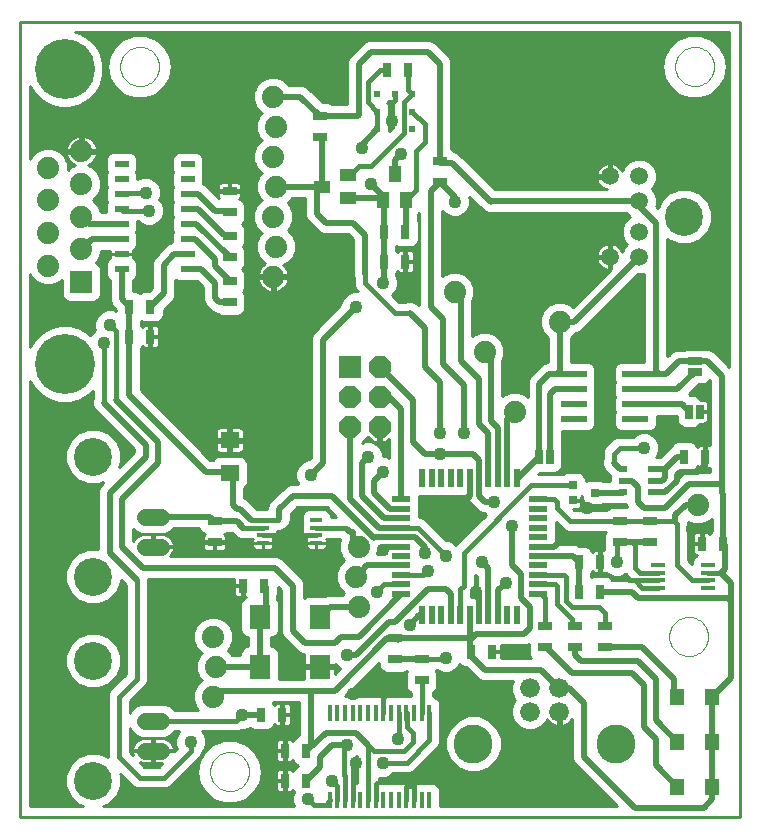
<source format=gtl>
G75*
G70*
%OFA0B0*%
%FSLAX24Y24*%
%IPPOS*%
%LPD*%
%AMOC8*
5,1,8,0,0,1.08239X$1,22.5*
%
%ADD10C,0.0100*%
%ADD11R,0.0276X0.0276*%
%ADD12R,0.0315X0.0472*%
%ADD13R,0.0315X0.0217*%
%ADD14C,0.0594*%
%ADD15C,0.1266*%
%ADD16R,0.0472X0.0315*%
%ADD17R,0.0472X0.0236*%
%ADD18R,0.0740X0.0740*%
%ADD19C,0.0740*%
%ADD20C,0.2000*%
%ADD21C,0.0555*%
%ADD22R,0.0591X0.0197*%
%ADD23R,0.0197X0.0591*%
%ADD24R,0.0137X0.0550*%
%ADD25C,0.0660*%
%ADD26C,0.1300*%
%ADD27R,0.0630X0.0551*%
%ADD28OC8,0.0740*%
%ADD29R,0.0709X0.0787*%
%ADD30R,0.0394X0.0157*%
%ADD31R,0.0472X0.0118*%
%ADD32R,0.0197X0.0236*%
%ADD33R,0.0236X0.0197*%
%ADD34R,0.0870X0.0240*%
%ADD35R,0.0250X0.0500*%
%ADD36R,0.0500X0.0250*%
%ADD37R,0.0394X0.0551*%
%ADD38R,0.0551X0.0394*%
%ADD39R,0.0472X0.0551*%
%ADD40C,0.0000*%
%ADD41C,0.0436*%
%ADD42C,0.0150*%
%ADD43C,0.0200*%
%ADD44C,0.0160*%
D10*
X008955Y001561D02*
X008955Y028061D01*
X032955Y028061D01*
X032955Y001561D01*
X008955Y001561D01*
X009295Y001901D02*
X009295Y016069D01*
X009423Y015848D01*
X009663Y015608D01*
X009957Y015438D01*
X010285Y015350D01*
X010625Y015350D01*
X010953Y015438D01*
X011247Y015608D01*
X011390Y015751D01*
X011390Y015499D01*
X011365Y015439D01*
X011365Y015284D01*
X011424Y015140D01*
X012765Y013800D01*
X012765Y013723D01*
X012263Y013221D01*
X012328Y013378D01*
X012328Y013745D01*
X012188Y014084D01*
X011928Y014344D01*
X011589Y014484D01*
X011221Y014484D01*
X010882Y014344D01*
X010622Y014084D01*
X010482Y013745D01*
X010482Y013378D01*
X010622Y013038D01*
X010882Y012779D01*
X011221Y012638D01*
X011589Y012638D01*
X011745Y012703D01*
X011734Y012692D01*
X011624Y012582D01*
X011565Y012439D01*
X011565Y010484D01*
X011221Y010484D01*
X010882Y010344D01*
X010622Y010084D01*
X010482Y009745D01*
X010482Y009378D01*
X010622Y009038D01*
X010882Y008779D01*
X011221Y008638D01*
X011589Y008638D01*
X011928Y008779D01*
X012188Y009038D01*
X012328Y009378D01*
X012328Y009437D01*
X012490Y009275D01*
X012490Y006312D01*
X011946Y005768D01*
X011890Y005634D01*
X011890Y003559D01*
X011589Y003684D01*
X011221Y003684D01*
X010882Y003544D01*
X010622Y003284D01*
X010482Y002945D01*
X010482Y002578D01*
X010622Y002238D01*
X010882Y001979D01*
X011069Y001901D01*
X009295Y001901D01*
X009295Y001955D02*
X010939Y001955D01*
X010807Y002054D02*
X009295Y002054D01*
X009295Y002152D02*
X010709Y002152D01*
X010617Y002251D02*
X009295Y002251D01*
X009295Y002349D02*
X010577Y002349D01*
X010536Y002448D02*
X009295Y002448D01*
X009295Y002546D02*
X010495Y002546D01*
X010482Y002645D02*
X009295Y002645D01*
X009295Y002743D02*
X010482Y002743D01*
X010482Y002842D02*
X009295Y002842D01*
X009295Y002940D02*
X010482Y002940D01*
X010521Y003039D02*
X009295Y003039D01*
X009295Y003137D02*
X010562Y003137D01*
X010602Y003236D02*
X009295Y003236D01*
X009295Y003334D02*
X010673Y003334D01*
X010771Y003433D02*
X009295Y003433D01*
X009295Y003531D02*
X010870Y003531D01*
X011090Y003630D02*
X009295Y003630D01*
X009295Y003728D02*
X011890Y003728D01*
X011890Y003630D02*
X011720Y003630D01*
X011890Y003827D02*
X009295Y003827D01*
X009295Y003925D02*
X011890Y003925D01*
X011890Y004024D02*
X009295Y004024D01*
X009295Y004122D02*
X011890Y004122D01*
X011890Y004221D02*
X009295Y004221D01*
X009295Y004319D02*
X011890Y004319D01*
X011890Y004418D02*
X009295Y004418D01*
X009295Y004516D02*
X011890Y004516D01*
X011890Y004615D02*
X009295Y004615D01*
X009295Y004713D02*
X011890Y004713D01*
X011890Y004812D02*
X009295Y004812D01*
X009295Y004910D02*
X011890Y004910D01*
X011890Y005009D02*
X009295Y005009D01*
X009295Y005107D02*
X011890Y005107D01*
X011890Y005206D02*
X009295Y005206D01*
X009295Y005304D02*
X011890Y005304D01*
X011890Y005403D02*
X009295Y005403D01*
X009295Y005501D02*
X011890Y005501D01*
X011890Y005600D02*
X009295Y005600D01*
X009295Y005698D02*
X011917Y005698D01*
X011974Y005797D02*
X009295Y005797D01*
X009295Y005895D02*
X011084Y005895D01*
X011221Y005838D02*
X011589Y005838D01*
X011928Y005979D01*
X012188Y006238D01*
X012328Y006578D01*
X012328Y006945D01*
X012188Y007284D01*
X011928Y007544D01*
X011589Y007684D01*
X011221Y007684D01*
X010882Y007544D01*
X010622Y007284D01*
X010482Y006945D01*
X010482Y006578D01*
X010622Y006238D01*
X010882Y005979D01*
X011221Y005838D01*
X010867Y005994D02*
X009295Y005994D01*
X009295Y006092D02*
X010769Y006092D01*
X010670Y006191D02*
X009295Y006191D01*
X009295Y006289D02*
X010601Y006289D01*
X010561Y006388D02*
X009295Y006388D01*
X009295Y006486D02*
X010520Y006486D01*
X010482Y006585D02*
X009295Y006585D01*
X009295Y006683D02*
X010482Y006683D01*
X010482Y006782D02*
X009295Y006782D01*
X009295Y006880D02*
X010482Y006880D01*
X010496Y006979D02*
X009295Y006979D01*
X009295Y007077D02*
X010537Y007077D01*
X010578Y007176D02*
X009295Y007176D01*
X009295Y007274D02*
X010618Y007274D01*
X010711Y007373D02*
X009295Y007373D01*
X009295Y007471D02*
X010810Y007471D01*
X010945Y007570D02*
X009295Y007570D01*
X009295Y007668D02*
X011183Y007668D01*
X011627Y007668D02*
X012490Y007668D01*
X012490Y007570D02*
X011865Y007570D01*
X012000Y007471D02*
X012490Y007471D01*
X012490Y007373D02*
X012099Y007373D01*
X012192Y007274D02*
X012490Y007274D01*
X012490Y007176D02*
X012232Y007176D01*
X012273Y007077D02*
X012490Y007077D01*
X012490Y006979D02*
X012314Y006979D01*
X012328Y006880D02*
X012490Y006880D01*
X012490Y006782D02*
X012328Y006782D01*
X012328Y006683D02*
X012490Y006683D01*
X012490Y006585D02*
X012328Y006585D01*
X012290Y006486D02*
X012490Y006486D01*
X012490Y006388D02*
X012249Y006388D01*
X012209Y006289D02*
X012467Y006289D01*
X012368Y006191D02*
X012140Y006191D01*
X012041Y006092D02*
X012270Y006092D01*
X012171Y005994D02*
X011943Y005994D01*
X012073Y005895D02*
X011726Y005895D01*
X012620Y005410D02*
X012620Y005019D01*
X012646Y005083D01*
X012806Y005242D01*
X013015Y005329D01*
X013795Y005329D01*
X014004Y005242D01*
X014120Y005126D01*
X014907Y005126D01*
X014845Y005187D01*
X014745Y005430D01*
X014745Y005693D01*
X014845Y005935D01*
X015022Y006111D01*
X014945Y006187D01*
X014845Y006430D01*
X014845Y006693D01*
X014945Y006935D01*
X015022Y007011D01*
X014845Y007187D01*
X014745Y007430D01*
X014745Y007693D01*
X014845Y007935D01*
X015031Y008121D01*
X015274Y008221D01*
X015536Y008221D01*
X015779Y008121D01*
X015965Y007935D01*
X016065Y007693D01*
X016065Y007430D01*
X015965Y007187D01*
X015888Y007111D01*
X016048Y006951D01*
X016311Y006951D01*
X016311Y007013D01*
X016355Y007119D01*
X016436Y007201D01*
X016543Y007245D01*
X016565Y007245D01*
X016565Y007531D01*
X016543Y007531D01*
X016436Y007575D01*
X016355Y007657D01*
X016311Y007763D01*
X016311Y008666D01*
X016355Y008773D01*
X016436Y008854D01*
X016486Y008875D01*
X016429Y008875D01*
X016429Y009233D01*
X016372Y009233D01*
X016093Y009233D01*
X016093Y009005D01*
X016103Y008967D01*
X016123Y008933D01*
X016151Y008905D01*
X016185Y008885D01*
X016223Y008875D01*
X016372Y008875D01*
X016372Y009233D01*
X016372Y009290D01*
X016093Y009290D01*
X016093Y009471D01*
X013245Y009471D01*
X013245Y009384D01*
X013220Y009323D01*
X013220Y006089D01*
X013164Y005955D01*
X013062Y005852D01*
X012620Y005410D01*
X012620Y005403D02*
X014756Y005403D01*
X014745Y005501D02*
X012711Y005501D01*
X012810Y005600D02*
X014745Y005600D01*
X014747Y005698D02*
X012908Y005698D01*
X013007Y005797D02*
X014788Y005797D01*
X014829Y005895D02*
X013105Y005895D01*
X013181Y005994D02*
X014904Y005994D01*
X015003Y006092D02*
X013220Y006092D01*
X013220Y006191D02*
X014944Y006191D01*
X014903Y006289D02*
X013220Y006289D01*
X013220Y006388D02*
X014862Y006388D01*
X014845Y006486D02*
X013220Y006486D01*
X013220Y006585D02*
X014845Y006585D01*
X014845Y006683D02*
X013220Y006683D01*
X013220Y006782D02*
X014882Y006782D01*
X014923Y006880D02*
X013220Y006880D01*
X013220Y006979D02*
X014989Y006979D01*
X014956Y007077D02*
X013220Y007077D01*
X013220Y007176D02*
X014857Y007176D01*
X014809Y007274D02*
X013220Y007274D01*
X013220Y007373D02*
X014769Y007373D01*
X014745Y007471D02*
X013220Y007471D01*
X013220Y007570D02*
X014745Y007570D01*
X014745Y007668D02*
X013220Y007668D01*
X013220Y007767D02*
X014776Y007767D01*
X014817Y007865D02*
X013220Y007865D01*
X013220Y007964D02*
X014874Y007964D01*
X014973Y008062D02*
X013220Y008062D01*
X013220Y008161D02*
X015128Y008161D01*
X015682Y008161D02*
X016311Y008161D01*
X016311Y008259D02*
X013220Y008259D01*
X013220Y008358D02*
X016311Y008358D01*
X016311Y008456D02*
X013220Y008456D01*
X013220Y008555D02*
X016311Y008555D01*
X016311Y008653D02*
X013220Y008653D01*
X013220Y008752D02*
X016346Y008752D01*
X016432Y008850D02*
X013220Y008850D01*
X013220Y008949D02*
X016114Y008949D01*
X016093Y009047D02*
X013220Y009047D01*
X013220Y009146D02*
X016093Y009146D01*
X016093Y009343D02*
X013228Y009343D01*
X013220Y009244D02*
X016372Y009244D01*
X016372Y009146D02*
X016429Y009146D01*
X016429Y009047D02*
X016372Y009047D01*
X016372Y008949D02*
X016429Y008949D01*
X016093Y009441D02*
X013245Y009441D01*
X012490Y009244D02*
X012273Y009244D01*
X012232Y009146D02*
X012490Y009146D01*
X012490Y009047D02*
X012191Y009047D01*
X012098Y008949D02*
X012490Y008949D01*
X012490Y008850D02*
X011999Y008850D01*
X011863Y008752D02*
X012490Y008752D01*
X012490Y008653D02*
X011625Y008653D01*
X011185Y008653D02*
X009295Y008653D01*
X009295Y008555D02*
X012490Y008555D01*
X012490Y008456D02*
X009295Y008456D01*
X009295Y008358D02*
X012490Y008358D01*
X012490Y008259D02*
X009295Y008259D01*
X009295Y008161D02*
X012490Y008161D01*
X012490Y008062D02*
X009295Y008062D01*
X009295Y007964D02*
X012490Y007964D01*
X012490Y007865D02*
X009295Y007865D01*
X009295Y007767D02*
X012490Y007767D01*
X010947Y008752D02*
X009295Y008752D01*
X009295Y008850D02*
X010811Y008850D01*
X010712Y008949D02*
X009295Y008949D01*
X009295Y009047D02*
X010619Y009047D01*
X010578Y009146D02*
X009295Y009146D01*
X009295Y009244D02*
X010537Y009244D01*
X010496Y009343D02*
X009295Y009343D01*
X009295Y009441D02*
X010482Y009441D01*
X010482Y009540D02*
X009295Y009540D01*
X009295Y009638D02*
X010482Y009638D01*
X010482Y009737D02*
X009295Y009737D01*
X009295Y009835D02*
X010519Y009835D01*
X010560Y009934D02*
X009295Y009934D01*
X009295Y010032D02*
X010601Y010032D01*
X010669Y010131D02*
X009295Y010131D01*
X009295Y010229D02*
X010768Y010229D01*
X010866Y010328D02*
X009295Y010328D01*
X009295Y010426D02*
X011081Y010426D01*
X011565Y010525D02*
X009295Y010525D01*
X009295Y010623D02*
X011565Y010623D01*
X011565Y010722D02*
X009295Y010722D01*
X009295Y010820D02*
X011565Y010820D01*
X011565Y010919D02*
X009295Y010919D01*
X009295Y011017D02*
X011565Y011017D01*
X011565Y011116D02*
X009295Y011116D01*
X009295Y011214D02*
X011565Y011214D01*
X011565Y011313D02*
X009295Y011313D01*
X009295Y011411D02*
X011565Y011411D01*
X011565Y011510D02*
X009295Y011510D01*
X009295Y011608D02*
X011565Y011608D01*
X011565Y011707D02*
X009295Y011707D01*
X009295Y011805D02*
X011565Y011805D01*
X011565Y011904D02*
X009295Y011904D01*
X009295Y012002D02*
X011565Y012002D01*
X011565Y012101D02*
X009295Y012101D01*
X009295Y012199D02*
X011565Y012199D01*
X011565Y012298D02*
X009295Y012298D01*
X009295Y012396D02*
X011565Y012396D01*
X011588Y012495D02*
X009295Y012495D01*
X009295Y012593D02*
X011635Y012593D01*
X011718Y012692D02*
X011734Y012692D01*
X011092Y012692D02*
X009295Y012692D01*
X009295Y012790D02*
X010871Y012790D01*
X010772Y012889D02*
X009295Y012889D01*
X009295Y012987D02*
X010674Y012987D01*
X010603Y013086D02*
X009295Y013086D01*
X009295Y013184D02*
X010562Y013184D01*
X010521Y013283D02*
X009295Y013283D01*
X009295Y013381D02*
X010482Y013381D01*
X010482Y013480D02*
X009295Y013480D01*
X009295Y013578D02*
X010482Y013578D01*
X010482Y013677D02*
X009295Y013677D01*
X009295Y013775D02*
X010495Y013775D01*
X010535Y013874D02*
X009295Y013874D01*
X009295Y013972D02*
X010576Y013972D01*
X010617Y014071D02*
X009295Y014071D01*
X009295Y014169D02*
X010708Y014169D01*
X010806Y014268D02*
X009295Y014268D01*
X009295Y014366D02*
X010936Y014366D01*
X011174Y014465D02*
X009295Y014465D01*
X009295Y014563D02*
X012001Y014563D01*
X011903Y014662D02*
X009295Y014662D01*
X009295Y014760D02*
X011804Y014760D01*
X011706Y014859D02*
X009295Y014859D01*
X009295Y014957D02*
X011607Y014957D01*
X011509Y015056D02*
X009295Y015056D01*
X009295Y015154D02*
X011419Y015154D01*
X011378Y015253D02*
X009295Y015253D01*
X009295Y015351D02*
X010280Y015351D01*
X010630Y015351D02*
X011365Y015351D01*
X011370Y015450D02*
X010974Y015450D01*
X011144Y015548D02*
X011390Y015548D01*
X011390Y015647D02*
X011286Y015647D01*
X011385Y015745D02*
X011390Y015745D01*
X011636Y014465D02*
X012100Y014465D01*
X012198Y014366D02*
X011874Y014366D01*
X012004Y014268D02*
X012297Y014268D01*
X012395Y014169D02*
X012102Y014169D01*
X012193Y014071D02*
X012494Y014071D01*
X012592Y013972D02*
X012234Y013972D01*
X012275Y013874D02*
X012691Y013874D01*
X012765Y013775D02*
X012315Y013775D01*
X012328Y013677D02*
X012719Y013677D01*
X012620Y013578D02*
X012328Y013578D01*
X012328Y013480D02*
X012522Y013480D01*
X012423Y013381D02*
X012328Y013381D01*
X012325Y013283D02*
X012289Y013283D01*
X013909Y014859D02*
X018665Y014859D01*
X018665Y014957D02*
X013811Y014957D01*
X013712Y015056D02*
X018665Y015056D01*
X018665Y015154D02*
X013614Y015154D01*
X013515Y015253D02*
X018665Y015253D01*
X018665Y015351D02*
X013417Y015351D01*
X013318Y015450D02*
X018665Y015450D01*
X018665Y015548D02*
X013220Y015548D01*
X013121Y015647D02*
X018665Y015647D01*
X018665Y015745D02*
X013023Y015745D01*
X012991Y015777D02*
X012991Y017147D01*
X013004Y017161D01*
X013033Y017231D01*
X013060Y017205D01*
X013094Y017185D01*
X013132Y017175D01*
X013281Y017175D01*
X013281Y017533D01*
X013338Y017533D01*
X013338Y017590D01*
X013281Y017590D01*
X013281Y017947D01*
X013132Y017947D01*
X013094Y017937D01*
X013060Y017918D01*
X013033Y017891D01*
X013004Y017962D01*
X012991Y017975D01*
X012991Y018078D01*
X013094Y018035D01*
X013524Y018035D01*
X013631Y018079D01*
X013713Y018161D01*
X013757Y018267D01*
X013757Y018457D01*
X014086Y018786D01*
X014145Y018929D01*
X014145Y019459D01*
X014157Y019447D01*
X014263Y019403D01*
X014851Y019403D01*
X014859Y019406D01*
X015065Y019200D01*
X015065Y018784D01*
X015124Y018640D01*
X015279Y018486D01*
X015388Y018376D01*
X015532Y018317D01*
X015541Y018317D01*
X015555Y018304D01*
X015661Y018259D01*
X016249Y018259D01*
X016355Y018304D01*
X016437Y018385D01*
X016481Y018492D01*
X016481Y018922D01*
X016437Y019029D01*
X016404Y019061D01*
X016437Y019094D01*
X016481Y019200D01*
X016481Y019631D01*
X016437Y019737D01*
X016363Y019811D01*
X016437Y019885D01*
X016481Y019992D01*
X016481Y020422D01*
X016437Y020529D01*
X016404Y020561D01*
X016437Y020594D01*
X016481Y020700D01*
X016481Y021131D01*
X016437Y021237D01*
X016363Y021311D01*
X016437Y021385D01*
X016481Y021492D01*
X016481Y021922D01*
X016437Y022029D01*
X016355Y022110D01*
X016285Y022140D01*
X016311Y022166D01*
X016331Y022200D01*
X016341Y022238D01*
X016341Y022387D01*
X015984Y022387D01*
X015984Y022444D01*
X016341Y022444D01*
X016341Y022593D01*
X016331Y022631D01*
X016311Y022665D01*
X016283Y022693D01*
X016249Y022713D01*
X016211Y022723D01*
X015984Y022723D01*
X015984Y022444D01*
X015926Y022444D01*
X015926Y022387D01*
X015569Y022387D01*
X015569Y022238D01*
X015579Y022200D01*
X015595Y022173D01*
X015126Y022642D01*
X015084Y022659D01*
X015084Y022987D01*
X015053Y023061D01*
X015084Y023135D01*
X015084Y023487D01*
X015039Y023594D01*
X014958Y023675D01*
X014851Y023719D01*
X014263Y023719D01*
X014157Y023675D01*
X014075Y023594D01*
X014031Y023487D01*
X014031Y023135D01*
X014062Y023061D01*
X014031Y022987D01*
X014031Y022635D01*
X014062Y022561D01*
X014031Y022487D01*
X014031Y022135D01*
X014062Y022061D01*
X014031Y021987D01*
X014031Y021635D01*
X014062Y021561D01*
X014031Y021487D01*
X014031Y021135D01*
X014062Y021061D01*
X014031Y020987D01*
X014031Y020701D01*
X014027Y020701D01*
X013884Y020642D01*
X013534Y020292D01*
X013424Y020182D01*
X013365Y020039D01*
X013365Y019168D01*
X013284Y019087D01*
X013094Y019087D01*
X012988Y019043D01*
X012955Y019011D01*
X012922Y019043D01*
X012816Y019087D01*
X012743Y019087D01*
X012743Y019443D01*
X012753Y019447D01*
X012835Y019529D01*
X012879Y019635D01*
X012879Y019987D01*
X012835Y020094D01*
X012753Y020175D01*
X012739Y020181D01*
X012739Y020302D01*
X012362Y020302D01*
X012362Y020320D01*
X012739Y020320D01*
X012739Y020441D01*
X012753Y020447D01*
X012835Y020529D01*
X012879Y020635D01*
X012879Y020987D01*
X012848Y021061D01*
X012879Y021135D01*
X012879Y021396D01*
X012901Y021396D01*
X012967Y021331D01*
X013154Y021253D01*
X013356Y021253D01*
X013543Y021331D01*
X013686Y021473D01*
X013763Y021660D01*
X013763Y021862D01*
X013686Y022049D01*
X013608Y022127D01*
X013663Y022260D01*
X013663Y022462D01*
X013586Y022649D01*
X013443Y022792D01*
X013256Y022869D01*
X013054Y022869D01*
X012879Y022797D01*
X012879Y022987D01*
X012848Y023061D01*
X012879Y023135D01*
X012879Y023487D01*
X012835Y023594D01*
X012753Y023675D01*
X012647Y023719D01*
X012059Y023719D01*
X011952Y023675D01*
X011871Y023594D01*
X011826Y023487D01*
X011826Y023135D01*
X011857Y023061D01*
X011826Y022987D01*
X011826Y022635D01*
X011857Y022561D01*
X011826Y022487D01*
X011826Y022135D01*
X011857Y022061D01*
X011826Y021987D01*
X011826Y021701D01*
X011670Y021701D01*
X011574Y021935D01*
X011402Y022107D01*
X011574Y022278D01*
X011674Y022521D01*
X011674Y022783D01*
X011574Y023026D01*
X011388Y023211D01*
X011239Y023273D01*
X011287Y023298D01*
X011353Y023346D01*
X011411Y023404D01*
X011459Y023470D01*
X011496Y023543D01*
X011521Y023621D01*
X011533Y023692D01*
X011064Y023692D01*
X011064Y023792D01*
X011533Y023792D01*
X011521Y023864D01*
X011496Y023942D01*
X011459Y024015D01*
X011411Y024081D01*
X011353Y024139D01*
X011287Y024187D01*
X011214Y024224D01*
X011136Y024250D01*
X011064Y024261D01*
X011064Y023792D01*
X010964Y023792D01*
X010964Y023692D01*
X010495Y023692D01*
X010507Y023621D01*
X010532Y023543D01*
X010569Y023470D01*
X010617Y023404D01*
X010675Y023346D01*
X010742Y023298D01*
X010789Y023273D01*
X010640Y023211D01*
X010556Y023127D01*
X010556Y023326D01*
X010455Y023569D01*
X010270Y023755D01*
X010027Y023855D01*
X009765Y023855D01*
X009522Y023755D01*
X009336Y023569D01*
X009295Y023469D01*
X009295Y025912D01*
X009423Y025690D01*
X009663Y025450D01*
X009957Y025280D01*
X010285Y025193D01*
X010625Y025193D01*
X010953Y025280D01*
X011247Y025450D01*
X011487Y025690D01*
X011657Y025985D01*
X011745Y026313D01*
X011745Y026652D01*
X011657Y026980D01*
X011487Y027275D01*
X011247Y027515D01*
X010953Y027685D01*
X010816Y027721D01*
X032615Y027721D01*
X032615Y016553D01*
X032186Y016982D01*
X032076Y017092D01*
X031933Y017151D01*
X031777Y017151D01*
X031773Y017149D01*
X031763Y017153D01*
X031147Y017153D01*
X031087Y017128D01*
X030855Y017128D01*
X030711Y017069D01*
X030602Y016959D01*
X030545Y016903D01*
X030545Y020815D01*
X030582Y020779D01*
X030921Y020638D01*
X031288Y020638D01*
X031627Y020779D01*
X031887Y021038D01*
X032028Y021378D01*
X032028Y021745D01*
X031887Y022084D01*
X031627Y022344D01*
X031288Y022484D01*
X030921Y022484D01*
X030582Y022344D01*
X030322Y022084D01*
X030223Y021845D01*
X030171Y021897D01*
X030196Y021956D01*
X030196Y022190D01*
X030106Y022406D01*
X030026Y022486D01*
X030106Y022567D01*
X030196Y022783D01*
X030196Y023017D01*
X030106Y023232D01*
X029941Y023398D01*
X029725Y023487D01*
X029492Y023487D01*
X029276Y023398D01*
X029111Y023232D01*
X029041Y023064D01*
X029039Y023071D01*
X029007Y023134D01*
X028965Y023191D01*
X028916Y023241D01*
X028859Y023282D01*
X028796Y023314D01*
X028729Y023336D01*
X028663Y023346D01*
X028663Y022938D01*
X028586Y022938D01*
X028586Y022861D01*
X028178Y022861D01*
X028188Y022795D01*
X028210Y022728D01*
X028242Y022665D01*
X028283Y022609D01*
X028333Y022559D01*
X028390Y022517D01*
X028453Y022485D01*
X028520Y022464D01*
X028523Y022463D01*
X024805Y022463D01*
X023576Y023692D01*
X023433Y023751D01*
X023423Y023751D01*
X023355Y023819D01*
X023345Y023823D01*
X023345Y026739D01*
X023286Y026882D01*
X022886Y027282D01*
X022776Y027392D01*
X022633Y027451D01*
X020577Y027451D01*
X020434Y027392D01*
X020034Y026992D01*
X019924Y026882D01*
X019865Y026739D01*
X019865Y025306D01*
X019369Y025306D01*
X019355Y025319D01*
X019249Y025363D01*
X019059Y025363D01*
X018640Y025782D01*
X018530Y025892D01*
X018387Y025951D01*
X017948Y025951D01*
X017779Y026121D01*
X017536Y026221D01*
X017274Y026221D01*
X017031Y026121D01*
X016845Y025935D01*
X016745Y025693D01*
X016745Y025430D01*
X016845Y025187D01*
X017022Y025011D01*
X016945Y024935D01*
X016845Y024693D01*
X016845Y024430D01*
X016945Y024187D01*
X017022Y024111D01*
X016845Y023935D01*
X016745Y023693D01*
X016745Y023430D01*
X016845Y023187D01*
X017022Y023011D01*
X016945Y022935D01*
X016845Y022693D01*
X016845Y022430D01*
X016945Y022187D01*
X017022Y022111D01*
X016845Y021935D01*
X016745Y021693D01*
X016745Y021430D01*
X016845Y021187D01*
X017022Y021011D01*
X016945Y020935D01*
X016845Y020693D01*
X016845Y020430D01*
X016945Y020187D01*
X017129Y020004D01*
X017066Y019958D01*
X017008Y019900D01*
X016960Y019834D01*
X016923Y019761D01*
X016898Y019683D01*
X016886Y019611D01*
X017355Y019611D01*
X017355Y019511D01*
X017455Y019511D01*
X017455Y019043D01*
X017527Y019054D01*
X017605Y019079D01*
X017678Y019117D01*
X017744Y019165D01*
X017802Y019223D01*
X017850Y019289D01*
X017887Y019362D01*
X017912Y019439D01*
X017924Y019511D01*
X017455Y019511D01*
X017455Y019611D01*
X017924Y019611D01*
X017912Y019683D01*
X017887Y019761D01*
X017850Y019834D01*
X017802Y019900D01*
X017752Y019949D01*
X017879Y020002D01*
X018065Y020187D01*
X018165Y020430D01*
X018165Y020693D01*
X018065Y020935D01*
X017888Y021111D01*
X017965Y021187D01*
X018065Y021430D01*
X018065Y021693D01*
X017965Y021935D01*
X017888Y022011D01*
X018048Y022171D01*
X018465Y022171D01*
X018465Y021584D01*
X018524Y021440D01*
X018634Y021331D01*
X018934Y021031D01*
X019077Y020971D01*
X019893Y020971D01*
X020065Y020800D01*
X020065Y019584D01*
X020090Y019523D01*
X020090Y019289D01*
X020146Y019155D01*
X020231Y019069D01*
X020054Y019069D01*
X019867Y018992D01*
X019724Y018849D01*
X019647Y018662D01*
X019647Y018605D01*
X018834Y017792D01*
X018724Y017682D01*
X018665Y017539D01*
X018665Y013523D01*
X018612Y013469D01*
X018554Y013469D01*
X018367Y013392D01*
X018224Y013249D01*
X018147Y013062D01*
X018147Y012860D01*
X018224Y012673D01*
X018246Y012651D01*
X017977Y012651D01*
X017834Y012592D01*
X017724Y012482D01*
X017274Y012032D01*
X017215Y011889D01*
X017215Y011814D01*
X016854Y011814D01*
X016526Y012142D01*
X016445Y012175D01*
X016445Y012499D01*
X016516Y012570D01*
X016560Y012677D01*
X016560Y013343D01*
X016516Y013450D01*
X016434Y013532D01*
X016328Y013576D01*
X015582Y013576D01*
X015476Y013532D01*
X015396Y013451D01*
X015317Y013451D01*
X012991Y015777D01*
X012991Y015844D02*
X018665Y015844D01*
X018665Y015942D02*
X012991Y015942D01*
X012991Y016041D02*
X018665Y016041D01*
X018665Y016139D02*
X012991Y016139D01*
X012991Y016238D02*
X018665Y016238D01*
X018665Y016336D02*
X012991Y016336D01*
X012991Y016435D02*
X018665Y016435D01*
X018665Y016533D02*
X012991Y016533D01*
X012991Y016632D02*
X018665Y016632D01*
X018665Y016730D02*
X012991Y016730D01*
X012991Y016829D02*
X018665Y016829D01*
X018665Y016927D02*
X012991Y016927D01*
X012991Y017026D02*
X018665Y017026D01*
X018665Y017124D02*
X012991Y017124D01*
X013030Y017223D02*
X013042Y017223D01*
X013281Y017223D02*
X013338Y017223D01*
X013338Y017175D02*
X013487Y017175D01*
X013525Y017185D01*
X013559Y017205D01*
X013587Y017233D01*
X013607Y017267D01*
X013617Y017305D01*
X013617Y017533D01*
X013338Y017533D01*
X013338Y017175D01*
X013338Y017321D02*
X013281Y017321D01*
X013281Y017420D02*
X013338Y017420D01*
X013338Y017518D02*
X013281Y017518D01*
X013338Y017590D02*
X013617Y017590D01*
X013617Y017817D01*
X013607Y017855D01*
X013587Y017890D01*
X013559Y017918D01*
X013525Y017937D01*
X013487Y017947D01*
X013338Y017947D01*
X013338Y017590D01*
X013338Y017617D02*
X013281Y017617D01*
X013281Y017715D02*
X013338Y017715D01*
X013338Y017814D02*
X013281Y017814D01*
X013281Y017912D02*
X013338Y017912D01*
X013564Y017912D02*
X018954Y017912D01*
X018856Y017814D02*
X013617Y017814D01*
X013617Y017715D02*
X018757Y017715D01*
X018697Y017617D02*
X013617Y017617D01*
X013617Y017518D02*
X018665Y017518D01*
X018665Y017420D02*
X013617Y017420D01*
X013617Y017321D02*
X018665Y017321D01*
X018665Y017223D02*
X013577Y017223D01*
X013055Y017912D02*
X013024Y017912D01*
X012991Y018011D02*
X019053Y018011D01*
X019151Y018109D02*
X013661Y018109D01*
X013732Y018208D02*
X019250Y018208D01*
X019348Y018306D02*
X016358Y018306D01*
X016445Y018405D02*
X019447Y018405D01*
X019545Y018503D02*
X016481Y018503D01*
X016481Y018602D02*
X019644Y018602D01*
X019663Y018700D02*
X016481Y018700D01*
X016481Y018799D02*
X019703Y018799D01*
X019772Y018897D02*
X016481Y018897D01*
X016451Y018996D02*
X019876Y018996D01*
X020130Y019193D02*
X017772Y019193D01*
X017851Y019291D02*
X020090Y019291D01*
X020090Y019390D02*
X017896Y019390D01*
X017920Y019488D02*
X020090Y019488D01*
X020065Y019587D02*
X017455Y019587D01*
X017455Y019488D02*
X017355Y019488D01*
X017355Y019511D02*
X017355Y019043D01*
X017283Y019054D01*
X017205Y019079D01*
X017132Y019117D01*
X017066Y019165D01*
X017008Y019223D01*
X016960Y019289D01*
X016923Y019362D01*
X016898Y019439D01*
X016886Y019511D01*
X017355Y019511D01*
X017355Y019587D02*
X016481Y019587D01*
X016481Y019488D02*
X016890Y019488D01*
X016914Y019390D02*
X016481Y019390D01*
X016481Y019291D02*
X016959Y019291D01*
X017038Y019193D02*
X016478Y019193D01*
X016437Y019094D02*
X017176Y019094D01*
X017355Y019094D02*
X017455Y019094D01*
X017455Y019193D02*
X017355Y019193D01*
X017355Y019291D02*
X017455Y019291D01*
X017455Y019390D02*
X017355Y019390D01*
X017634Y019094D02*
X020206Y019094D01*
X020065Y019685D02*
X017911Y019685D01*
X017875Y019784D02*
X020065Y019784D01*
X020065Y019882D02*
X017815Y019882D01*
X017828Y019981D02*
X020065Y019981D01*
X020065Y020079D02*
X017956Y020079D01*
X018055Y020178D02*
X020065Y020178D01*
X020065Y020276D02*
X018101Y020276D01*
X018142Y020375D02*
X020065Y020375D01*
X020065Y020473D02*
X018165Y020473D01*
X018165Y020572D02*
X020065Y020572D01*
X020065Y020670D02*
X018165Y020670D01*
X018133Y020769D02*
X020065Y020769D01*
X019997Y020867D02*
X018093Y020867D01*
X018034Y020966D02*
X019899Y020966D01*
X018900Y021064D02*
X017935Y021064D01*
X017940Y021163D02*
X018802Y021163D01*
X018703Y021261D02*
X017995Y021261D01*
X018036Y021360D02*
X018605Y021360D01*
X018517Y021458D02*
X018065Y021458D01*
X018065Y021557D02*
X018476Y021557D01*
X018465Y021655D02*
X018065Y021655D01*
X018040Y021754D02*
X018465Y021754D01*
X018465Y021852D02*
X017999Y021852D01*
X017949Y021951D02*
X018465Y021951D01*
X018465Y022049D02*
X017926Y022049D01*
X018025Y022148D02*
X018465Y022148D01*
X016985Y022148D02*
X016293Y022148D01*
X016341Y022246D02*
X016921Y022246D01*
X016880Y022345D02*
X016341Y022345D01*
X016341Y022542D02*
X016845Y022542D01*
X016845Y022640D02*
X016326Y022640D01*
X015984Y022640D02*
X015926Y022640D01*
X015926Y022723D02*
X015699Y022723D01*
X015661Y022713D01*
X015627Y022693D01*
X015599Y022665D01*
X015579Y022631D01*
X015569Y022593D01*
X015569Y022444D01*
X015926Y022444D01*
X015926Y022723D01*
X015926Y022542D02*
X015984Y022542D01*
X015984Y022443D02*
X016845Y022443D01*
X016864Y022739D02*
X015084Y022739D01*
X015084Y022837D02*
X016905Y022837D01*
X016946Y022936D02*
X015084Y022936D01*
X015064Y023034D02*
X016999Y023034D01*
X016900Y023133D02*
X015082Y023133D01*
X015084Y023231D02*
X016827Y023231D01*
X016786Y023330D02*
X015084Y023330D01*
X015084Y023428D02*
X016746Y023428D01*
X016745Y023527D02*
X015067Y023527D01*
X015008Y023625D02*
X016745Y023625D01*
X016758Y023724D02*
X011064Y023724D01*
X011064Y023822D02*
X010964Y023822D01*
X010964Y023792D02*
X010964Y024261D01*
X010892Y024250D01*
X010814Y024224D01*
X010742Y024187D01*
X010675Y024139D01*
X010617Y024081D01*
X010569Y024015D01*
X010532Y023942D01*
X010507Y023864D01*
X010495Y023792D01*
X010964Y023792D01*
X010964Y023724D02*
X010301Y023724D01*
X010399Y023625D02*
X010506Y023625D01*
X010473Y023527D02*
X010540Y023527D01*
X010514Y023428D02*
X010599Y023428D01*
X010555Y023330D02*
X010697Y023330D01*
X010688Y023231D02*
X010556Y023231D01*
X010556Y023133D02*
X010562Y023133D01*
X010500Y023822D02*
X010106Y023822D01*
X009685Y023822D02*
X009295Y023822D01*
X009295Y023724D02*
X009491Y023724D01*
X009393Y023625D02*
X009295Y023625D01*
X009295Y023527D02*
X009319Y023527D01*
X009295Y023921D02*
X010525Y023921D01*
X010573Y024019D02*
X009295Y024019D01*
X009295Y024118D02*
X010654Y024118D01*
X010799Y024216D02*
X009295Y024216D01*
X009295Y024315D02*
X016893Y024315D01*
X016852Y024413D02*
X009295Y024413D01*
X009295Y024512D02*
X016845Y024512D01*
X016845Y024610D02*
X009295Y024610D01*
X009295Y024709D02*
X016852Y024709D01*
X016893Y024807D02*
X009295Y024807D01*
X009295Y024906D02*
X016933Y024906D01*
X017015Y025004D02*
X009295Y025004D01*
X009295Y025103D02*
X016930Y025103D01*
X016840Y025201D02*
X010658Y025201D01*
X010987Y025300D02*
X016799Y025300D01*
X016758Y025398D02*
X011157Y025398D01*
X011294Y025497D02*
X016745Y025497D01*
X016745Y025595D02*
X013400Y025595D01*
X013493Y025629D02*
X013493Y025629D01*
X013142Y025501D01*
X012889Y025501D01*
X012768Y025501D01*
X012417Y025629D01*
X012417Y025629D01*
X012130Y025869D01*
X012130Y025869D01*
X011944Y026193D01*
X011944Y026193D01*
X011879Y026561D01*
X011879Y026561D01*
X011944Y026929D01*
X011944Y026929D01*
X012130Y027253D01*
X012130Y027253D01*
X012130Y027253D01*
X012417Y027493D01*
X012768Y027621D01*
X013142Y027621D01*
X013493Y027493D01*
X013493Y027493D01*
X013780Y027253D01*
X013780Y027253D01*
X013966Y026929D01*
X013966Y026929D01*
X014031Y026561D01*
X014031Y026561D01*
X013966Y026193D01*
X013966Y026193D01*
X013780Y025869D01*
X013780Y025869D01*
X013780Y025869D01*
X013493Y025629D01*
X013570Y025694D02*
X016746Y025694D01*
X016786Y025792D02*
X013688Y025792D01*
X013792Y025891D02*
X016827Y025891D01*
X016900Y025989D02*
X013849Y025989D01*
X013906Y026088D02*
X016998Y026088D01*
X017189Y026186D02*
X013963Y026186D01*
X013983Y026285D02*
X019865Y026285D01*
X019865Y026383D02*
X014000Y026383D01*
X014017Y026482D02*
X019865Y026482D01*
X019865Y026580D02*
X014028Y026580D01*
X014011Y026679D02*
X019865Y026679D01*
X019881Y026777D02*
X013993Y026777D01*
X013976Y026876D02*
X019922Y026876D01*
X020017Y026974D02*
X013940Y026974D01*
X013884Y027073D02*
X020115Y027073D01*
X020214Y027171D02*
X013827Y027171D01*
X013760Y027270D02*
X020312Y027270D01*
X020411Y027368D02*
X013642Y027368D01*
X013525Y027467D02*
X030885Y027467D01*
X030917Y027493D02*
X030630Y027253D01*
X030444Y026929D01*
X030379Y026561D01*
X030444Y026193D01*
X030630Y025869D01*
X030917Y025629D01*
X031268Y025501D01*
X031389Y025501D01*
X031642Y025501D01*
X031642Y025501D01*
X031993Y025629D01*
X032280Y025869D01*
X032466Y026193D01*
X032531Y026561D01*
X032466Y026929D01*
X032466Y026929D01*
X032280Y027253D01*
X031993Y027493D01*
X031642Y027621D01*
X031268Y027621D01*
X030917Y027493D01*
X030917Y027493D01*
X030768Y027368D02*
X022799Y027368D01*
X022898Y027270D02*
X030650Y027270D01*
X030630Y027253D02*
X030630Y027253D01*
X030630Y027253D01*
X030583Y027171D02*
X022996Y027171D01*
X023095Y027073D02*
X030526Y027073D01*
X030470Y026974D02*
X023193Y026974D01*
X023288Y026876D02*
X030434Y026876D01*
X030444Y026929D02*
X030444Y026929D01*
X030417Y026777D02*
X023329Y026777D01*
X023345Y026679D02*
X030399Y026679D01*
X030382Y026580D02*
X023345Y026580D01*
X023345Y026482D02*
X030393Y026482D01*
X030379Y026561D02*
X030379Y026561D01*
X030410Y026383D02*
X023345Y026383D01*
X023345Y026285D02*
X030427Y026285D01*
X030444Y026193D02*
X030444Y026193D01*
X030447Y026186D02*
X023345Y026186D01*
X023345Y026088D02*
X030504Y026088D01*
X030561Y025989D02*
X023345Y025989D01*
X023345Y025891D02*
X030618Y025891D01*
X030630Y025869D02*
X030630Y025869D01*
X030722Y025792D02*
X023345Y025792D01*
X023345Y025694D02*
X030840Y025694D01*
X030917Y025629D02*
X030917Y025629D01*
X031010Y025595D02*
X023345Y025595D01*
X023345Y025497D02*
X032615Y025497D01*
X032615Y025595D02*
X031900Y025595D01*
X032070Y025694D02*
X032615Y025694D01*
X032615Y025792D02*
X032188Y025792D01*
X032280Y025869D02*
X032280Y025869D01*
X032292Y025891D02*
X032615Y025891D01*
X032615Y025989D02*
X032349Y025989D01*
X032406Y026088D02*
X032615Y026088D01*
X032615Y026186D02*
X032463Y026186D01*
X032466Y026193D02*
X032466Y026193D01*
X032483Y026285D02*
X032615Y026285D01*
X032615Y026383D02*
X032500Y026383D01*
X032517Y026482D02*
X032615Y026482D01*
X032615Y026580D02*
X032528Y026580D01*
X032531Y026561D02*
X032531Y026561D01*
X032511Y026679D02*
X032615Y026679D01*
X032615Y026777D02*
X032493Y026777D01*
X032476Y026876D02*
X032615Y026876D01*
X032615Y026974D02*
X032440Y026974D01*
X032384Y027073D02*
X032615Y027073D01*
X032615Y027171D02*
X032327Y027171D01*
X032280Y027253D02*
X032280Y027253D01*
X032260Y027270D02*
X032615Y027270D01*
X032615Y027368D02*
X032142Y027368D01*
X032025Y027467D02*
X032615Y027467D01*
X032615Y027565D02*
X031796Y027565D01*
X031993Y027493D02*
X031993Y027493D01*
X032615Y027664D02*
X010989Y027664D01*
X011160Y027565D02*
X012614Y027565D01*
X012385Y027467D02*
X011295Y027467D01*
X011394Y027368D02*
X012268Y027368D01*
X012150Y027270D02*
X011490Y027270D01*
X011547Y027171D02*
X012083Y027171D01*
X012026Y027073D02*
X011604Y027073D01*
X011659Y026974D02*
X011970Y026974D01*
X011934Y026876D02*
X011685Y026876D01*
X011712Y026777D02*
X011917Y026777D01*
X011899Y026679D02*
X011738Y026679D01*
X011745Y026580D02*
X011882Y026580D01*
X011893Y026482D02*
X011745Y026482D01*
X011745Y026383D02*
X011910Y026383D01*
X011927Y026285D02*
X011738Y026285D01*
X011711Y026186D02*
X011947Y026186D01*
X012004Y026088D02*
X011685Y026088D01*
X011658Y025989D02*
X012061Y025989D01*
X012118Y025891D02*
X011603Y025891D01*
X011546Y025792D02*
X012222Y025792D01*
X012340Y025694D02*
X011489Y025694D01*
X011392Y025595D02*
X012510Y025595D01*
X011374Y024118D02*
X017015Y024118D01*
X016934Y024216D02*
X011229Y024216D01*
X011064Y024216D02*
X010964Y024216D01*
X010964Y024118D02*
X011064Y024118D01*
X011064Y024019D02*
X010964Y024019D01*
X010964Y023921D02*
X011064Y023921D01*
X011456Y024019D02*
X016930Y024019D01*
X016840Y023921D02*
X011503Y023921D01*
X011528Y023822D02*
X016799Y023822D01*
X015584Y022640D02*
X015127Y022640D01*
X015226Y022542D02*
X015569Y022542D01*
X015569Y022345D02*
X015423Y022345D01*
X015324Y022443D02*
X015926Y022443D01*
X015569Y022246D02*
X015521Y022246D01*
X016416Y022049D02*
X016960Y022049D01*
X016861Y021951D02*
X016469Y021951D01*
X016481Y021852D02*
X016811Y021852D01*
X016770Y021754D02*
X016481Y021754D01*
X016481Y021655D02*
X016745Y021655D01*
X016745Y021557D02*
X016481Y021557D01*
X016467Y021458D02*
X016745Y021458D01*
X016774Y021360D02*
X016412Y021360D01*
X016413Y021261D02*
X016815Y021261D01*
X016870Y021163D02*
X016468Y021163D01*
X016481Y021064D02*
X016969Y021064D01*
X016976Y020966D02*
X016481Y020966D01*
X016481Y020867D02*
X016917Y020867D01*
X016877Y020769D02*
X016481Y020769D01*
X016469Y020670D02*
X016845Y020670D01*
X016845Y020572D02*
X016415Y020572D01*
X016460Y020473D02*
X016845Y020473D01*
X016868Y020375D02*
X016481Y020375D01*
X016481Y020276D02*
X016909Y020276D01*
X016955Y020178D02*
X016481Y020178D01*
X016481Y020079D02*
X017054Y020079D01*
X017098Y019981D02*
X016477Y019981D01*
X016434Y019882D02*
X016995Y019882D01*
X016935Y019784D02*
X016391Y019784D01*
X016459Y019685D02*
X016899Y019685D01*
X015360Y018405D02*
X013757Y018405D01*
X013757Y018306D02*
X015552Y018306D01*
X015261Y018503D02*
X013803Y018503D01*
X013901Y018602D02*
X015163Y018602D01*
X015100Y018700D02*
X014000Y018700D01*
X014091Y018799D02*
X015065Y018799D01*
X015065Y018897D02*
X014132Y018897D01*
X014145Y018996D02*
X015065Y018996D01*
X015065Y019094D02*
X014145Y019094D01*
X014145Y019193D02*
X015065Y019193D01*
X014973Y019291D02*
X014145Y019291D01*
X014145Y019390D02*
X014875Y019390D01*
X013365Y019390D02*
X012743Y019390D01*
X012743Y019291D02*
X013365Y019291D01*
X013365Y019193D02*
X012743Y019193D01*
X012743Y019094D02*
X013291Y019094D01*
X013365Y019488D02*
X012794Y019488D01*
X012859Y019587D02*
X013365Y019587D01*
X013365Y019685D02*
X012879Y019685D01*
X012879Y019784D02*
X013365Y019784D01*
X013365Y019882D02*
X012879Y019882D01*
X012879Y019981D02*
X013365Y019981D01*
X013382Y020079D02*
X012841Y020079D01*
X012747Y020178D02*
X013423Y020178D01*
X013519Y020276D02*
X012739Y020276D01*
X012739Y020375D02*
X013617Y020375D01*
X013716Y020473D02*
X012779Y020473D01*
X012852Y020572D02*
X013814Y020572D01*
X013953Y020670D02*
X012879Y020670D01*
X012879Y020769D02*
X014031Y020769D01*
X014031Y020867D02*
X012879Y020867D01*
X012879Y020966D02*
X014031Y020966D01*
X014061Y021064D02*
X012849Y021064D01*
X012879Y021163D02*
X014031Y021163D01*
X014031Y021261D02*
X013376Y021261D01*
X013572Y021360D02*
X014031Y021360D01*
X014031Y021458D02*
X013671Y021458D01*
X013720Y021557D02*
X014060Y021557D01*
X014031Y021655D02*
X013761Y021655D01*
X013763Y021754D02*
X014031Y021754D01*
X014031Y021852D02*
X013763Y021852D01*
X013726Y021951D02*
X014031Y021951D01*
X014057Y022049D02*
X013686Y022049D01*
X013617Y022148D02*
X014031Y022148D01*
X014031Y022246D02*
X013657Y022246D01*
X013663Y022345D02*
X014031Y022345D01*
X014031Y022443D02*
X013663Y022443D01*
X013630Y022542D02*
X014054Y022542D01*
X014031Y022640D02*
X013589Y022640D01*
X013496Y022739D02*
X014031Y022739D01*
X014031Y022837D02*
X013333Y022837D01*
X012977Y022837D02*
X012879Y022837D01*
X012879Y022936D02*
X014031Y022936D01*
X014051Y023034D02*
X012859Y023034D01*
X012878Y023133D02*
X014032Y023133D01*
X014031Y023231D02*
X012879Y023231D01*
X012879Y023330D02*
X014031Y023330D01*
X014031Y023428D02*
X012879Y023428D01*
X012862Y023527D02*
X014048Y023527D01*
X014107Y023625D02*
X012803Y023625D01*
X011902Y023625D02*
X011522Y023625D01*
X011488Y023527D02*
X011843Y023527D01*
X011826Y023428D02*
X011429Y023428D01*
X011331Y023330D02*
X011826Y023330D01*
X011826Y023231D02*
X011340Y023231D01*
X011466Y023133D02*
X011828Y023133D01*
X011846Y023034D02*
X011565Y023034D01*
X011611Y022936D02*
X011826Y022936D01*
X011826Y022837D02*
X011652Y022837D01*
X011674Y022739D02*
X011826Y022739D01*
X011826Y022640D02*
X011674Y022640D01*
X011674Y022542D02*
X011849Y022542D01*
X011826Y022443D02*
X011642Y022443D01*
X011601Y022345D02*
X011826Y022345D01*
X011826Y022246D02*
X011542Y022246D01*
X011443Y022148D02*
X011826Y022148D01*
X011852Y022049D02*
X011459Y022049D01*
X011558Y021951D02*
X011826Y021951D01*
X011826Y021852D02*
X011608Y021852D01*
X011649Y021754D02*
X011826Y021754D01*
X012879Y021360D02*
X012938Y021360D01*
X012879Y021261D02*
X013134Y021261D01*
X012344Y020320D02*
X011966Y020320D01*
X011966Y020421D01*
X011674Y020421D01*
X011674Y020339D01*
X011574Y020097D01*
X011495Y020018D01*
X011548Y019996D01*
X011630Y019914D01*
X011674Y019808D01*
X011674Y018952D01*
X011630Y018846D01*
X011548Y018764D01*
X011442Y018720D01*
X010586Y018720D01*
X010480Y018764D01*
X010398Y018846D01*
X010354Y018952D01*
X010354Y019452D01*
X010270Y019368D01*
X010027Y019267D01*
X009765Y019267D01*
X009522Y019368D01*
X009336Y019554D01*
X009295Y019654D01*
X009295Y017211D01*
X009423Y017432D01*
X009663Y017672D01*
X009957Y017842D01*
X010285Y017930D01*
X010625Y017930D01*
X010953Y017842D01*
X011247Y017672D01*
X011308Y017611D01*
X011324Y017649D01*
X011467Y017792D01*
X011474Y017795D01*
X011447Y017860D01*
X011447Y018062D01*
X011524Y018249D01*
X011667Y018392D01*
X011854Y018469D01*
X012056Y018469D01*
X012153Y018429D01*
X012153Y018457D01*
X012022Y018588D01*
X011963Y018732D01*
X011963Y019443D01*
X011952Y019447D01*
X011871Y019529D01*
X011826Y019635D01*
X011826Y019987D01*
X011871Y020094D01*
X011952Y020175D01*
X011966Y020181D01*
X011966Y020302D01*
X012344Y020302D01*
X012344Y020320D01*
X011966Y020276D02*
X011648Y020276D01*
X011674Y020375D02*
X011966Y020375D01*
X011958Y020178D02*
X011607Y020178D01*
X011556Y020079D02*
X011865Y020079D01*
X011826Y019981D02*
X011564Y019981D01*
X011643Y019882D02*
X011826Y019882D01*
X011826Y019784D02*
X011674Y019784D01*
X011674Y019685D02*
X011826Y019685D01*
X011847Y019587D02*
X011674Y019587D01*
X011674Y019488D02*
X011911Y019488D01*
X011963Y019390D02*
X011674Y019390D01*
X011674Y019291D02*
X011963Y019291D01*
X011963Y019193D02*
X011674Y019193D01*
X011674Y019094D02*
X011963Y019094D01*
X011963Y018996D02*
X011674Y018996D01*
X011651Y018897D02*
X011963Y018897D01*
X011963Y018799D02*
X011583Y018799D01*
X011698Y018405D02*
X009295Y018405D01*
X009295Y018503D02*
X012107Y018503D01*
X012016Y018602D02*
X009295Y018602D01*
X009295Y018700D02*
X011976Y018700D01*
X011581Y018306D02*
X009295Y018306D01*
X009295Y018208D02*
X011507Y018208D01*
X011466Y018109D02*
X009295Y018109D01*
X009295Y018011D02*
X011447Y018011D01*
X011447Y017912D02*
X010691Y017912D01*
X011002Y017814D02*
X011466Y017814D01*
X011390Y017715D02*
X011173Y017715D01*
X011303Y017617D02*
X011311Y017617D01*
X010219Y017912D02*
X009295Y017912D01*
X009295Y017814D02*
X009908Y017814D01*
X009737Y017715D02*
X009295Y017715D01*
X009295Y017617D02*
X009607Y017617D01*
X009509Y017518D02*
X009295Y017518D01*
X009295Y017420D02*
X009416Y017420D01*
X009359Y017321D02*
X009295Y017321D01*
X009295Y017223D02*
X009302Y017223D01*
X009295Y016041D02*
X009311Y016041D01*
X009295Y015942D02*
X009368Y015942D01*
X009427Y015844D02*
X009295Y015844D01*
X009295Y015745D02*
X009525Y015745D01*
X009624Y015647D02*
X009295Y015647D01*
X009295Y015548D02*
X009766Y015548D01*
X009936Y015450D02*
X009295Y015450D01*
X009295Y018799D02*
X010445Y018799D01*
X010377Y018897D02*
X009295Y018897D01*
X009295Y018996D02*
X010354Y018996D01*
X010354Y019094D02*
X009295Y019094D01*
X009295Y019193D02*
X010354Y019193D01*
X010354Y019291D02*
X010085Y019291D01*
X010292Y019390D02*
X010354Y019390D01*
X009707Y019291D02*
X009295Y019291D01*
X009295Y019390D02*
X009500Y019390D01*
X009402Y019488D02*
X009295Y019488D01*
X009295Y019587D02*
X009323Y019587D01*
X014008Y014760D02*
X018665Y014760D01*
X018665Y014662D02*
X014106Y014662D01*
X014205Y014563D02*
X018665Y014563D01*
X018665Y014465D02*
X016399Y014465D01*
X016390Y014480D02*
X016362Y014508D01*
X016328Y014528D01*
X016290Y014538D01*
X016005Y014538D01*
X016005Y014162D01*
X016420Y014162D01*
X016420Y014408D01*
X016410Y014446D01*
X016390Y014480D01*
X016420Y014366D02*
X018665Y014366D01*
X018665Y014268D02*
X016420Y014268D01*
X016420Y014169D02*
X018665Y014169D01*
X018665Y014071D02*
X016005Y014071D01*
X016005Y014062D02*
X016005Y014162D01*
X015905Y014162D01*
X015905Y014062D01*
X016005Y014062D01*
X016005Y013687D01*
X016290Y013687D01*
X016328Y013697D01*
X016362Y013717D01*
X016390Y013745D01*
X016410Y013779D01*
X016420Y013817D01*
X016420Y014062D01*
X016005Y014062D01*
X016005Y013972D02*
X015905Y013972D01*
X015905Y014062D02*
X015905Y013687D01*
X015620Y013687D01*
X015582Y013697D01*
X015548Y013717D01*
X015520Y013745D01*
X015500Y013779D01*
X015490Y013817D01*
X015490Y014062D01*
X015905Y014062D01*
X015905Y014071D02*
X014697Y014071D01*
X014599Y014169D02*
X015490Y014169D01*
X015490Y014162D02*
X015905Y014162D01*
X015905Y014538D01*
X015620Y014538D01*
X015582Y014528D01*
X015548Y014508D01*
X015520Y014480D01*
X015500Y014446D01*
X015490Y014408D01*
X015490Y014162D01*
X015490Y014268D02*
X014500Y014268D01*
X014402Y014366D02*
X015490Y014366D01*
X015511Y014465D02*
X014303Y014465D01*
X014796Y013972D02*
X015490Y013972D01*
X015490Y013874D02*
X014894Y013874D01*
X014993Y013775D02*
X015502Y013775D01*
X015424Y013480D02*
X015288Y013480D01*
X015190Y013578D02*
X018665Y013578D01*
X018665Y013677D02*
X015091Y013677D01*
X015905Y013775D02*
X016005Y013775D01*
X016005Y013874D02*
X015905Y013874D01*
X015905Y014169D02*
X016005Y014169D01*
X016005Y014268D02*
X015905Y014268D01*
X015905Y014366D02*
X016005Y014366D01*
X016005Y014465D02*
X015905Y014465D01*
X016420Y013972D02*
X018665Y013972D01*
X018665Y013874D02*
X016420Y013874D01*
X016408Y013775D02*
X018665Y013775D01*
X018622Y013480D02*
X016486Y013480D01*
X016544Y013381D02*
X018356Y013381D01*
X018258Y013283D02*
X016560Y013283D01*
X016560Y013184D02*
X018197Y013184D01*
X018157Y013086D02*
X016560Y013086D01*
X016560Y012987D02*
X018147Y012987D01*
X018147Y012889D02*
X016560Y012889D01*
X016560Y012790D02*
X018176Y012790D01*
X018217Y012692D02*
X016560Y012692D01*
X016525Y012593D02*
X017837Y012593D01*
X017737Y012495D02*
X016445Y012495D01*
X016445Y012396D02*
X017638Y012396D01*
X017540Y012298D02*
X016445Y012298D01*
X016445Y012199D02*
X017441Y012199D01*
X017343Y012101D02*
X016567Y012101D01*
X016666Y012002D02*
X017262Y012002D01*
X017221Y011904D02*
X016764Y011904D01*
X016029Y011026D02*
X015869Y011026D01*
X015855Y011012D01*
X015785Y010983D01*
X015811Y010957D01*
X015831Y010922D01*
X015841Y010884D01*
X015841Y010736D01*
X015484Y010736D01*
X015484Y010678D01*
X015841Y010678D01*
X015841Y010530D01*
X015831Y010492D01*
X015811Y010457D01*
X015783Y010429D01*
X015749Y010410D01*
X015711Y010399D01*
X015484Y010399D01*
X015484Y010678D01*
X015426Y010678D01*
X015069Y010678D01*
X015069Y010530D01*
X015079Y010492D01*
X015099Y010457D01*
X015127Y010429D01*
X015161Y010410D01*
X015199Y010399D01*
X015426Y010399D01*
X015426Y010678D01*
X015426Y010736D01*
X015069Y010736D01*
X015069Y010884D01*
X015079Y010922D01*
X015099Y010957D01*
X015125Y010983D01*
X015055Y011012D01*
X014973Y011094D01*
X014941Y011171D01*
X014095Y011171D01*
X014004Y011080D01*
X013795Y010994D01*
X013015Y010994D01*
X012806Y011080D01*
X012745Y011141D01*
X012745Y010752D01*
X012762Y010785D01*
X012801Y010840D01*
X012849Y010887D01*
X012903Y010927D01*
X012963Y010957D01*
X013027Y010978D01*
X013094Y010989D01*
X013376Y010989D01*
X013376Y010590D01*
X013434Y010590D01*
X014110Y010590D01*
X014110Y010595D01*
X014099Y010661D01*
X014079Y010725D01*
X014048Y010785D01*
X014009Y010840D01*
X013961Y010887D01*
X013907Y010927D01*
X013847Y010957D01*
X013783Y010978D01*
X013716Y010989D01*
X013434Y010989D01*
X013434Y010590D01*
X013434Y010533D01*
X014110Y010533D01*
X014110Y010528D01*
X014099Y010461D01*
X014079Y010397D01*
X014048Y010337D01*
X014009Y010283D01*
X013977Y010251D01*
X017533Y010251D01*
X017676Y010192D01*
X017786Y010082D01*
X017786Y010082D01*
X018386Y009482D01*
X018445Y009339D01*
X018445Y008858D01*
X018543Y008899D01*
X019097Y008899D01*
X019224Y008951D01*
X019712Y008951D01*
X019772Y009011D01*
X019595Y009187D01*
X019495Y009430D01*
X019495Y009693D01*
X019595Y009935D01*
X019772Y010111D01*
X019695Y010187D01*
X019595Y010430D01*
X019595Y010693D01*
X019647Y010818D01*
X019640Y010825D01*
X019190Y010825D01*
X019185Y010806D01*
X019192Y010776D01*
X019192Y010678D01*
X018846Y010678D01*
X018846Y010678D01*
X019192Y010678D01*
X019192Y010579D01*
X019182Y010541D01*
X019162Y010507D01*
X019135Y010479D01*
X019100Y010459D01*
X019062Y010449D01*
X018846Y010449D01*
X018846Y010678D01*
X018846Y010678D01*
X018846Y010678D01*
X018499Y010678D01*
X018499Y010776D01*
X018507Y010806D01*
X018499Y010835D01*
X018499Y010859D01*
X018484Y010865D01*
X018403Y010947D01*
X018359Y011053D01*
X018359Y011582D01*
X018403Y011689D01*
X018484Y011770D01*
X018591Y011814D01*
X019100Y011814D01*
X019207Y011770D01*
X019288Y011689D01*
X019332Y011582D01*
X019332Y011555D01*
X019510Y011555D01*
X019193Y011871D01*
X018217Y011871D01*
X017995Y011650D01*
X017995Y011434D01*
X017936Y011290D01*
X017776Y011131D01*
X017633Y011071D01*
X017551Y011071D01*
X017551Y011053D01*
X017507Y010947D01*
X017425Y010865D01*
X017411Y010859D01*
X017411Y010835D01*
X017403Y010806D01*
X017411Y010776D01*
X017411Y010678D01*
X017064Y010678D01*
X017064Y010678D01*
X016717Y010678D01*
X016717Y010776D01*
X016725Y010806D01*
X016720Y010825D01*
X016308Y010825D01*
X016174Y010880D01*
X016029Y011026D01*
X016037Y011017D02*
X015861Y011017D01*
X015832Y010919D02*
X016136Y010919D01*
X015841Y010820D02*
X016721Y010820D01*
X016717Y010722D02*
X015484Y010722D01*
X015426Y010722D02*
X014080Y010722D01*
X014105Y010623D02*
X015069Y010623D01*
X015070Y010525D02*
X014110Y010525D01*
X014088Y010426D02*
X015132Y010426D01*
X015426Y010426D02*
X015484Y010426D01*
X015484Y010525D02*
X015426Y010525D01*
X015426Y010623D02*
X015484Y010623D01*
X015778Y010426D02*
X019597Y010426D01*
X019595Y010525D02*
X019173Y010525D01*
X019192Y010623D02*
X019595Y010623D01*
X019607Y010722D02*
X019192Y010722D01*
X019188Y010820D02*
X019644Y010820D01*
X019637Y010328D02*
X014041Y010328D01*
X014023Y010820D02*
X015069Y010820D01*
X015078Y010919D02*
X013918Y010919D01*
X013852Y011017D02*
X015049Y011017D01*
X014964Y011116D02*
X014040Y011116D01*
X013434Y010919D02*
X013376Y010919D01*
X013376Y010820D02*
X013434Y010820D01*
X013434Y010722D02*
X013376Y010722D01*
X013376Y010623D02*
X013434Y010623D01*
X012892Y010919D02*
X012745Y010919D01*
X012745Y011017D02*
X012958Y011017D01*
X012770Y011116D02*
X012745Y011116D01*
X012745Y010820D02*
X012787Y010820D01*
X012422Y009343D02*
X012314Y009343D01*
X015840Y010525D02*
X016737Y010525D01*
X016727Y010541D02*
X016747Y010507D01*
X016775Y010479D01*
X016809Y010459D01*
X016847Y010449D01*
X017064Y010449D01*
X017064Y010678D01*
X017064Y010678D01*
X016717Y010678D01*
X016717Y010579D01*
X016727Y010541D01*
X016717Y010623D02*
X015841Y010623D01*
X017064Y010623D02*
X017064Y010623D01*
X017064Y010678D02*
X017064Y010449D01*
X017281Y010449D01*
X017319Y010459D01*
X017353Y010479D01*
X017381Y010507D01*
X017401Y010541D01*
X017411Y010579D01*
X017411Y010678D01*
X017064Y010678D01*
X017064Y010678D01*
X017064Y010525D02*
X017064Y010525D01*
X017391Y010525D02*
X018518Y010525D01*
X018509Y010541D02*
X018529Y010507D01*
X018557Y010479D01*
X018591Y010459D01*
X018629Y010449D01*
X018846Y010449D01*
X018846Y010678D01*
X018499Y010678D01*
X018499Y010579D01*
X018509Y010541D01*
X018499Y010623D02*
X017411Y010623D01*
X017411Y010722D02*
X018499Y010722D01*
X018503Y010820D02*
X017407Y010820D01*
X017479Y010919D02*
X018431Y010919D01*
X018374Y011017D02*
X017536Y011017D01*
X017740Y011116D02*
X018359Y011116D01*
X018359Y011214D02*
X017860Y011214D01*
X017945Y011313D02*
X018359Y011313D01*
X018359Y011411D02*
X017986Y011411D01*
X017995Y011510D02*
X018359Y011510D01*
X018370Y011608D02*
X017995Y011608D01*
X018052Y011707D02*
X018421Y011707D01*
X018569Y011805D02*
X018151Y011805D01*
X019122Y011805D02*
X019259Y011805D01*
X019270Y011707D02*
X019358Y011707D01*
X019321Y011608D02*
X019456Y011608D01*
X018846Y010623D02*
X018846Y010623D01*
X018846Y010525D02*
X018846Y010525D01*
X019678Y010229D02*
X017586Y010229D01*
X017737Y010131D02*
X019752Y010131D01*
X019693Y010032D02*
X017836Y010032D01*
X017934Y009934D02*
X019595Y009934D01*
X019554Y009835D02*
X018033Y009835D01*
X018131Y009737D02*
X019513Y009737D01*
X019495Y009638D02*
X018230Y009638D01*
X018328Y009540D02*
X019495Y009540D01*
X019495Y009441D02*
X018403Y009441D01*
X018443Y009343D02*
X019531Y009343D01*
X019572Y009244D02*
X018445Y009244D01*
X018445Y009146D02*
X019637Y009146D01*
X019736Y009047D02*
X018445Y009047D01*
X018445Y008949D02*
X019218Y008949D01*
X017665Y008949D02*
X017549Y008949D01*
X017545Y008939D02*
X017557Y008967D01*
X017557Y009208D01*
X017665Y009100D01*
X017665Y007684D01*
X017724Y007540D01*
X017834Y007431D01*
X018234Y007031D01*
X018377Y006971D01*
X018451Y006971D01*
X018451Y006611D01*
X018905Y006611D01*
X018905Y006511D01*
X018451Y006511D01*
X018451Y006151D01*
X017599Y006151D01*
X017599Y007013D01*
X017555Y007119D01*
X017474Y007201D01*
X017367Y007245D01*
X017345Y007245D01*
X017345Y007531D01*
X017367Y007531D01*
X017474Y007575D01*
X017555Y007657D01*
X017599Y007763D01*
X017599Y008666D01*
X017555Y008773D01*
X017545Y008783D01*
X017545Y008939D01*
X017545Y008850D02*
X017665Y008850D01*
X017665Y008752D02*
X017564Y008752D01*
X017599Y008653D02*
X017665Y008653D01*
X017665Y008555D02*
X017599Y008555D01*
X017599Y008456D02*
X017665Y008456D01*
X017665Y008358D02*
X017599Y008358D01*
X017599Y008259D02*
X017665Y008259D01*
X017665Y008161D02*
X017599Y008161D01*
X017599Y008062D02*
X017665Y008062D01*
X017665Y007964D02*
X017599Y007964D01*
X017599Y007865D02*
X017665Y007865D01*
X017665Y007767D02*
X017599Y007767D01*
X017560Y007668D02*
X017671Y007668D01*
X017712Y007570D02*
X017460Y007570D01*
X017345Y007471D02*
X017793Y007471D01*
X017892Y007373D02*
X017345Y007373D01*
X017345Y007274D02*
X017990Y007274D01*
X018089Y007176D02*
X017499Y007176D01*
X017573Y007077D02*
X018187Y007077D01*
X018359Y006979D02*
X017599Y006979D01*
X017599Y006880D02*
X018451Y006880D01*
X018451Y006782D02*
X017599Y006782D01*
X017599Y006683D02*
X018451Y006683D01*
X018451Y006486D02*
X017599Y006486D01*
X017599Y006388D02*
X018451Y006388D01*
X018451Y006289D02*
X017599Y006289D01*
X017599Y006191D02*
X018451Y006191D01*
X018905Y006585D02*
X017599Y006585D01*
X016565Y007274D02*
X016001Y007274D01*
X016041Y007373D02*
X016565Y007373D01*
X016565Y007471D02*
X016065Y007471D01*
X016065Y007570D02*
X016450Y007570D01*
X016350Y007668D02*
X016065Y007668D01*
X016034Y007767D02*
X016311Y007767D01*
X016311Y007865D02*
X015993Y007865D01*
X015936Y007964D02*
X016311Y007964D01*
X016311Y008062D02*
X015837Y008062D01*
X015953Y007176D02*
X016411Y007176D01*
X016337Y007077D02*
X015922Y007077D01*
X016021Y006979D02*
X016311Y006979D01*
X017394Y005371D02*
X018265Y005371D01*
X018265Y004275D01*
X018188Y004243D01*
X018106Y004162D01*
X018077Y004091D01*
X018050Y004118D01*
X018016Y004137D01*
X017978Y004147D01*
X017829Y004147D01*
X017829Y003790D01*
X017772Y003790D01*
X017772Y004147D01*
X017623Y004147D01*
X017585Y004137D01*
X017551Y004118D01*
X017523Y004090D01*
X017503Y004055D01*
X017493Y004017D01*
X017493Y003790D01*
X017772Y003790D01*
X017772Y003733D01*
X017493Y003733D01*
X017493Y003505D01*
X017503Y003467D01*
X017523Y003433D01*
X017551Y003405D01*
X017585Y003385D01*
X017623Y003375D01*
X017772Y003375D01*
X017772Y003733D01*
X017829Y003733D01*
X017829Y003375D01*
X017978Y003375D01*
X018016Y003385D01*
X018050Y003405D01*
X018077Y003431D01*
X018106Y003361D01*
X018188Y003279D01*
X018231Y003261D01*
X018188Y003243D01*
X018106Y003162D01*
X018077Y003091D01*
X018050Y003118D01*
X018016Y003137D01*
X017978Y003147D01*
X017829Y003147D01*
X017829Y002790D01*
X017772Y002790D01*
X017772Y003147D01*
X017623Y003147D01*
X017585Y003137D01*
X017551Y003118D01*
X017523Y003090D01*
X017503Y003055D01*
X017493Y003017D01*
X017493Y002790D01*
X017772Y002790D01*
X017772Y002733D01*
X017493Y002733D01*
X017493Y002505D01*
X017503Y002467D01*
X017523Y002433D01*
X017551Y002405D01*
X017585Y002385D01*
X017623Y002375D01*
X017772Y002375D01*
X017772Y002733D01*
X017829Y002733D01*
X017829Y002375D01*
X017978Y002375D01*
X018016Y002385D01*
X018050Y002405D01*
X018077Y002431D01*
X018097Y002383D01*
X018047Y002262D01*
X018047Y002060D01*
X018113Y001901D01*
X011741Y001901D01*
X011928Y001979D01*
X012188Y002238D01*
X012328Y002578D01*
X012328Y002945D01*
X012309Y002991D01*
X012748Y002552D01*
X012882Y002496D01*
X013828Y002496D01*
X013962Y002552D01*
X014064Y002655D01*
X014964Y003555D01*
X015020Y003689D01*
X015020Y003708D01*
X015086Y003773D01*
X015163Y003960D01*
X015163Y004162D01*
X015086Y004349D01*
X015039Y004396D01*
X016228Y004396D01*
X016362Y004452D01*
X016363Y004453D01*
X016456Y004453D01*
X016632Y004526D01*
X016679Y004479D01*
X016786Y004435D01*
X017216Y004435D01*
X017322Y004479D01*
X017404Y004561D01*
X017433Y004631D01*
X017460Y004605D01*
X017494Y004585D01*
X017532Y004575D01*
X017681Y004575D01*
X017681Y004933D01*
X017738Y004933D01*
X017738Y004990D01*
X017681Y004990D01*
X017681Y005347D01*
X017532Y005347D01*
X017494Y005337D01*
X017460Y005318D01*
X017433Y005291D01*
X017404Y005362D01*
X017394Y005371D01*
X017428Y005304D02*
X017447Y005304D01*
X017681Y005304D02*
X017738Y005304D01*
X017738Y005347D02*
X017738Y004990D01*
X018017Y004990D01*
X018017Y005217D01*
X018007Y005255D01*
X017987Y005290D01*
X017959Y005318D01*
X017925Y005337D01*
X017887Y005347D01*
X017738Y005347D01*
X017738Y005206D02*
X017681Y005206D01*
X017681Y005107D02*
X017738Y005107D01*
X017738Y005009D02*
X017681Y005009D01*
X017738Y004933D02*
X017738Y004575D01*
X017887Y004575D01*
X017925Y004585D01*
X017959Y004605D01*
X017987Y004633D01*
X018007Y004667D01*
X018017Y004705D01*
X018017Y004933D01*
X017738Y004933D01*
X017738Y004910D02*
X017681Y004910D01*
X017681Y004812D02*
X017738Y004812D01*
X017738Y004713D02*
X017681Y004713D01*
X017681Y004615D02*
X017738Y004615D01*
X017969Y004615D02*
X018265Y004615D01*
X018265Y004713D02*
X018017Y004713D01*
X018017Y004812D02*
X018265Y004812D01*
X018265Y004910D02*
X018017Y004910D01*
X018017Y005009D02*
X018265Y005009D01*
X018265Y005107D02*
X018017Y005107D01*
X018017Y005206D02*
X018265Y005206D01*
X018265Y005304D02*
X017972Y005304D01*
X018265Y004516D02*
X017359Y004516D01*
X017426Y004615D02*
X017450Y004615D01*
X017559Y004122D02*
X015163Y004122D01*
X015163Y004024D02*
X015500Y004024D01*
X015417Y003993D02*
X015130Y003753D01*
X014944Y003429D01*
X014879Y003061D01*
X014944Y002693D01*
X015130Y002369D01*
X015417Y002129D01*
X015768Y002001D01*
X016021Y002001D01*
X016142Y002001D01*
X016493Y002129D01*
X016493Y002129D01*
X016780Y002369D01*
X016780Y002369D01*
X016780Y002369D01*
X016966Y002693D01*
X017031Y003061D01*
X016966Y003429D01*
X016966Y003429D01*
X016780Y003753D01*
X016493Y003993D01*
X016142Y004121D01*
X015768Y004121D01*
X015417Y003993D01*
X015417Y003993D01*
X015336Y003925D02*
X015149Y003925D01*
X015108Y003827D02*
X015218Y003827D01*
X015130Y003753D02*
X015130Y003753D01*
X015130Y003753D01*
X015116Y003728D02*
X015041Y003728D01*
X015059Y003630D02*
X014996Y003630D01*
X015002Y003531D02*
X014941Y003531D01*
X014946Y003433D02*
X014843Y003433D01*
X014944Y003429D02*
X014944Y003429D01*
X014927Y003334D02*
X014744Y003334D01*
X014646Y003236D02*
X014909Y003236D01*
X014892Y003137D02*
X014547Y003137D01*
X014449Y003039D02*
X014883Y003039D01*
X014879Y003061D02*
X014879Y003061D01*
X014900Y002940D02*
X014350Y002940D01*
X014252Y002842D02*
X014917Y002842D01*
X014935Y002743D02*
X014153Y002743D01*
X014055Y002645D02*
X014971Y002645D01*
X014944Y002693D02*
X014944Y002693D01*
X015028Y002546D02*
X013948Y002546D01*
X013604Y003226D02*
X013106Y003226D01*
X012969Y003363D01*
X013027Y003344D01*
X013094Y003334D01*
X013376Y003334D01*
X013376Y003733D01*
X012700Y003733D01*
X012700Y003728D01*
X012620Y003728D01*
X012620Y003712D02*
X012620Y004504D01*
X012646Y004440D01*
X012806Y004280D01*
X013015Y004194D01*
X013795Y004194D01*
X014004Y004280D01*
X014120Y004396D01*
X014271Y004396D01*
X014224Y004349D01*
X014147Y004162D01*
X014147Y003960D01*
X014203Y003825D01*
X014110Y003732D01*
X014110Y003733D01*
X013434Y003733D01*
X013434Y003790D01*
X014110Y003790D01*
X014110Y003795D01*
X014099Y003861D01*
X014079Y003925D01*
X014161Y003925D01*
X014079Y003925D02*
X014048Y003985D01*
X014009Y004040D01*
X013961Y004087D01*
X013907Y004127D01*
X013847Y004157D01*
X013783Y004178D01*
X013716Y004189D01*
X013434Y004189D01*
X013434Y003790D01*
X013376Y003790D01*
X013376Y003733D01*
X013434Y003733D01*
X013434Y003334D01*
X013711Y003334D01*
X013604Y003226D01*
X013613Y003236D02*
X013097Y003236D01*
X013091Y003334D02*
X012998Y003334D01*
X013376Y003334D02*
X013434Y003334D01*
X013434Y003433D02*
X013376Y003433D01*
X013376Y003531D02*
X013434Y003531D01*
X013434Y003630D02*
X013376Y003630D01*
X013376Y003728D02*
X013434Y003728D01*
X013376Y003790D02*
X012700Y003790D01*
X012700Y003795D01*
X012711Y003861D01*
X012731Y003925D01*
X012620Y003925D01*
X012620Y003827D02*
X012705Y003827D01*
X012700Y003728D02*
X012711Y003661D01*
X012729Y003603D01*
X012620Y003712D01*
X012703Y003630D02*
X012721Y003630D01*
X012731Y003925D02*
X012762Y003985D01*
X012801Y004040D01*
X012849Y004087D01*
X012903Y004127D01*
X012963Y004157D01*
X013027Y004178D01*
X013094Y004189D01*
X013376Y004189D01*
X013376Y003790D01*
X013376Y003827D02*
X013434Y003827D01*
X013434Y003925D02*
X013376Y003925D01*
X013376Y004024D02*
X013434Y004024D01*
X013434Y004122D02*
X013376Y004122D01*
X013861Y004221D02*
X014171Y004221D01*
X014147Y004122D02*
X013913Y004122D01*
X014020Y004024D02*
X014147Y004024D01*
X014105Y003827D02*
X014202Y003827D01*
X014212Y004319D02*
X014043Y004319D01*
X014041Y005206D02*
X014838Y005206D01*
X014797Y005304D02*
X013854Y005304D01*
X012956Y005304D02*
X012620Y005304D01*
X012620Y005206D02*
X012769Y005206D01*
X012671Y005107D02*
X012620Y005107D01*
X012620Y004418D02*
X012668Y004418D01*
X012620Y004319D02*
X012767Y004319D01*
X012620Y004221D02*
X012949Y004221D01*
X012897Y004122D02*
X012620Y004122D01*
X012620Y004024D02*
X012790Y004024D01*
X012360Y002940D02*
X012328Y002940D01*
X012328Y002842D02*
X012458Y002842D01*
X012557Y002743D02*
X012328Y002743D01*
X012328Y002645D02*
X012655Y002645D01*
X012762Y002546D02*
X012315Y002546D01*
X012274Y002448D02*
X015085Y002448D01*
X015130Y002369D02*
X015130Y002369D01*
X015154Y002349D02*
X012233Y002349D01*
X012193Y002251D02*
X015272Y002251D01*
X015389Y002152D02*
X012101Y002152D01*
X012003Y002054D02*
X015624Y002054D01*
X015417Y002129D02*
X015417Y002129D01*
X016142Y002001D02*
X016142Y002001D01*
X016286Y002054D02*
X018050Y002054D01*
X018047Y002152D02*
X016521Y002152D01*
X016638Y002251D02*
X018047Y002251D01*
X018083Y002349D02*
X016756Y002349D01*
X016825Y002448D02*
X017515Y002448D01*
X017493Y002546D02*
X016882Y002546D01*
X016939Y002645D02*
X017493Y002645D01*
X017493Y002842D02*
X016993Y002842D01*
X017010Y002940D02*
X017493Y002940D01*
X017499Y003039D02*
X017027Y003039D01*
X017031Y003061D02*
X017031Y003061D01*
X017018Y003137D02*
X017585Y003137D01*
X017772Y003137D02*
X017829Y003137D01*
X017829Y003039D02*
X017772Y003039D01*
X017772Y002940D02*
X017829Y002940D01*
X017829Y002842D02*
X017772Y002842D01*
X017772Y002743D02*
X016975Y002743D01*
X016966Y002693D02*
X016966Y002693D01*
X017001Y003236D02*
X018180Y003236D01*
X018133Y003334D02*
X016983Y003334D01*
X016964Y003433D02*
X017523Y003433D01*
X017493Y003531D02*
X016908Y003531D01*
X016851Y003630D02*
X017493Y003630D01*
X017493Y003728D02*
X016794Y003728D01*
X016780Y003753D02*
X016780Y003753D01*
X016692Y003827D02*
X017493Y003827D01*
X017493Y003925D02*
X016574Y003925D01*
X016493Y003993D02*
X016493Y003993D01*
X016410Y004024D02*
X017495Y004024D01*
X017772Y004024D02*
X017829Y004024D01*
X017829Y004122D02*
X017772Y004122D01*
X017772Y003925D02*
X017829Y003925D01*
X017829Y003827D02*
X017772Y003827D01*
X017772Y003728D02*
X017829Y003728D01*
X017829Y003630D02*
X017772Y003630D01*
X017772Y003531D02*
X017829Y003531D01*
X017829Y003433D02*
X017772Y003433D01*
X018016Y003137D02*
X018096Y003137D01*
X017829Y002645D02*
X017772Y002645D01*
X017772Y002546D02*
X017829Y002546D01*
X017829Y002448D02*
X017772Y002448D01*
X018090Y001955D02*
X011871Y001955D01*
X015139Y004221D02*
X018165Y004221D01*
X018090Y004122D02*
X018042Y004122D01*
X018265Y004319D02*
X015098Y004319D01*
X016280Y004418D02*
X018265Y004418D01*
X016642Y004516D02*
X016608Y004516D01*
X019005Y006511D02*
X019005Y006611D01*
X019459Y006611D01*
X019459Y006638D01*
X019567Y006531D01*
X019642Y006500D01*
X019459Y006317D01*
X019459Y006511D01*
X019005Y006511D01*
X019005Y006585D02*
X019513Y006585D01*
X019459Y006486D02*
X019628Y006486D01*
X019530Y006388D02*
X019459Y006388D01*
X020042Y005797D02*
X021868Y005797D01*
X021873Y005785D02*
X021955Y005704D01*
X021997Y005686D01*
X021997Y005566D01*
X021980Y005566D01*
X021979Y005565D01*
X021977Y005566D01*
X021724Y005566D01*
X021723Y005565D01*
X021721Y005566D01*
X021469Y005566D01*
X021467Y005565D01*
X021465Y005566D01*
X021213Y005566D01*
X021106Y005521D01*
X021083Y005498D01*
X021060Y005521D01*
X020953Y005566D01*
X020701Y005566D01*
X020699Y005565D01*
X020697Y005566D01*
X020445Y005566D01*
X020443Y005565D01*
X020441Y005566D01*
X020189Y005566D01*
X020187Y005565D01*
X020186Y005566D01*
X019933Y005566D01*
X019931Y005565D01*
X019930Y005566D01*
X019811Y005566D01*
X020929Y006683D01*
X020929Y006683D01*
X020929Y006592D01*
X020973Y006485D01*
X021055Y006404D01*
X021161Y006359D01*
X021749Y006359D01*
X021855Y006404D01*
X021868Y006416D01*
X021829Y006322D01*
X021829Y005892D01*
X021873Y005785D01*
X021829Y005895D02*
X020141Y005895D01*
X020239Y005994D02*
X021829Y005994D01*
X021829Y006092D02*
X020338Y006092D01*
X020436Y006191D02*
X021829Y006191D01*
X021829Y006289D02*
X020535Y006289D01*
X020633Y006388D02*
X021093Y006388D01*
X020972Y006486D02*
X020732Y006486D01*
X020830Y006585D02*
X020932Y006585D01*
X021817Y006388D02*
X021856Y006388D01*
X021967Y005698D02*
X019944Y005698D01*
X019845Y005600D02*
X021997Y005600D01*
X022727Y005600D02*
X025392Y005600D01*
X025351Y005698D02*
X022743Y005698D01*
X022755Y005704D02*
X022837Y005785D01*
X022881Y005892D01*
X022881Y006322D01*
X022837Y006429D01*
X022824Y006442D01*
X022856Y006442D01*
X022867Y006431D01*
X023054Y006353D01*
X023256Y006353D01*
X023443Y006431D01*
X023586Y006573D01*
X023615Y006643D01*
X023679Y006579D01*
X023786Y006535D01*
X023830Y006535D01*
X024124Y006240D01*
X024234Y006131D01*
X024377Y006071D01*
X025387Y006071D01*
X025343Y005965D01*
X025343Y005718D01*
X025437Y005490D01*
X025476Y005451D01*
X025437Y005412D01*
X025343Y005185D01*
X025343Y004938D01*
X025437Y004710D01*
X025612Y004536D01*
X025840Y004441D01*
X026086Y004441D01*
X026314Y004536D01*
X026488Y004710D01*
X026533Y004817D01*
X026537Y004810D01*
X026581Y004749D01*
X026634Y004695D01*
X026696Y004651D01*
X026763Y004616D01*
X026835Y004593D01*
X026907Y004582D01*
X026907Y005021D01*
X026987Y005021D01*
X026987Y004582D01*
X027060Y004593D01*
X027131Y004616D01*
X027199Y004651D01*
X027260Y004695D01*
X027313Y004749D01*
X027358Y004810D01*
X027365Y004824D01*
X027365Y003484D01*
X027424Y003340D01*
X027534Y003231D01*
X028863Y001901D01*
X022977Y001901D01*
X022977Y002455D01*
X022933Y002561D01*
X022851Y002643D01*
X022745Y002687D01*
X022492Y002687D01*
X022490Y002686D01*
X022489Y002687D01*
X022236Y002687D01*
X022130Y002643D01*
X022048Y002561D01*
X022042Y002547D01*
X022018Y002547D01*
X021980Y002537D01*
X021979Y002536D01*
X021977Y002537D01*
X021939Y002547D01*
X021915Y002547D01*
X021909Y002561D01*
X021828Y002643D01*
X021721Y002687D01*
X021469Y002687D01*
X021467Y002686D01*
X021465Y002687D01*
X021213Y002687D01*
X021211Y002686D01*
X021209Y002687D01*
X020957Y002687D01*
X020936Y002678D01*
X020936Y002861D01*
X020954Y002853D01*
X021156Y002853D01*
X021343Y002931D01*
X021409Y002996D01*
X021928Y002996D01*
X022062Y003052D01*
X022164Y003155D01*
X022928Y003918D01*
X022983Y004052D01*
X022983Y005073D01*
X022977Y005089D01*
X022977Y005333D01*
X022933Y005440D01*
X022851Y005521D01*
X022745Y005566D01*
X022727Y005566D01*
X022727Y005692D01*
X022755Y005704D01*
X022842Y005797D02*
X025343Y005797D01*
X025343Y005895D02*
X022881Y005895D01*
X022881Y005994D02*
X025355Y005994D01*
X025433Y005501D02*
X022871Y005501D01*
X022948Y005403D02*
X025433Y005403D01*
X025392Y005304D02*
X022977Y005304D01*
X022977Y005206D02*
X025352Y005206D01*
X025343Y005107D02*
X022977Y005107D01*
X022983Y005009D02*
X025343Y005009D01*
X025354Y004910D02*
X024323Y004910D01*
X024272Y004931D02*
X023898Y004931D01*
X023553Y004788D01*
X023288Y004524D01*
X023145Y004178D01*
X023145Y003804D01*
X023288Y003459D01*
X023553Y003194D01*
X023898Y003051D01*
X024272Y003051D01*
X024617Y003194D01*
X024882Y003459D01*
X025025Y003804D01*
X025025Y004178D01*
X024882Y004524D01*
X024617Y004788D01*
X024272Y004931D01*
X024560Y004812D02*
X025395Y004812D01*
X025436Y004713D02*
X024692Y004713D01*
X024791Y004615D02*
X025533Y004615D01*
X025658Y004516D02*
X024885Y004516D01*
X024926Y004418D02*
X027365Y004418D01*
X027365Y004516D02*
X026267Y004516D01*
X026393Y004615D02*
X026768Y004615D01*
X026907Y004615D02*
X026987Y004615D01*
X026987Y004713D02*
X026907Y004713D01*
X026907Y004812D02*
X026987Y004812D01*
X026987Y004910D02*
X026907Y004910D01*
X026907Y005009D02*
X026987Y005009D01*
X027278Y004713D02*
X027365Y004713D01*
X027365Y004615D02*
X027126Y004615D01*
X027359Y004812D02*
X027365Y004812D01*
X027365Y004319D02*
X024967Y004319D01*
X025007Y004221D02*
X027365Y004221D01*
X027365Y004122D02*
X025025Y004122D01*
X025025Y004024D02*
X027365Y004024D01*
X027365Y003925D02*
X025025Y003925D01*
X025025Y003827D02*
X027365Y003827D01*
X027365Y003728D02*
X024994Y003728D01*
X024953Y003630D02*
X027365Y003630D01*
X027365Y003531D02*
X024912Y003531D01*
X024856Y003433D02*
X027386Y003433D01*
X027430Y003334D02*
X024757Y003334D01*
X024659Y003236D02*
X027529Y003236D01*
X027627Y003137D02*
X024480Y003137D01*
X023690Y003137D02*
X022147Y003137D01*
X022164Y003155D02*
X022164Y003155D01*
X022246Y003236D02*
X023511Y003236D01*
X023413Y003334D02*
X022344Y003334D01*
X022443Y003433D02*
X023314Y003433D01*
X023258Y003531D02*
X022541Y003531D01*
X022640Y003630D02*
X023217Y003630D01*
X023176Y003728D02*
X022738Y003728D01*
X022837Y003827D02*
X023145Y003827D01*
X023145Y003925D02*
X022931Y003925D01*
X022972Y004024D02*
X023145Y004024D01*
X023145Y004122D02*
X022983Y004122D01*
X022983Y004221D02*
X023163Y004221D01*
X023203Y004319D02*
X022983Y004319D01*
X022983Y004418D02*
X023244Y004418D01*
X023285Y004516D02*
X022983Y004516D01*
X022983Y004615D02*
X023379Y004615D01*
X023478Y004713D02*
X022983Y004713D01*
X022983Y004812D02*
X023610Y004812D01*
X023847Y004910D02*
X022983Y004910D01*
X022881Y006092D02*
X024327Y006092D01*
X024174Y006191D02*
X022881Y006191D01*
X022881Y006289D02*
X024075Y006289D01*
X023977Y006388D02*
X023340Y006388D01*
X023499Y006486D02*
X023878Y006486D01*
X023673Y006585D02*
X023590Y006585D01*
X022970Y006388D02*
X022854Y006388D01*
X024738Y007033D02*
X024738Y007090D01*
X025017Y007090D01*
X025017Y007271D01*
X025833Y007271D01*
X025929Y007311D01*
X025929Y006992D01*
X025973Y006885D01*
X026007Y006851D01*
X025017Y006851D01*
X025017Y007033D01*
X024738Y007033D01*
X024738Y007077D02*
X025929Y007077D01*
X025934Y006979D02*
X025017Y006979D01*
X025017Y006880D02*
X025978Y006880D01*
X025929Y007176D02*
X025017Y007176D01*
X025840Y007274D02*
X025929Y007274D01*
X024195Y008828D02*
X024195Y009578D01*
X024120Y009609D01*
X024120Y009189D01*
X024064Y009055D01*
X024005Y008995D01*
X024005Y008863D01*
X024111Y008863D01*
X024195Y008828D01*
X024195Y008850D02*
X024142Y008850D01*
X024195Y008949D02*
X024005Y008949D01*
X024057Y009047D02*
X024195Y009047D01*
X024195Y009146D02*
X024102Y009146D01*
X024120Y009244D02*
X024195Y009244D01*
X024195Y009343D02*
X024120Y009343D01*
X024120Y009441D02*
X024195Y009441D01*
X024195Y009540D02*
X024120Y009540D01*
X023506Y010629D02*
X023443Y010692D01*
X023256Y010769D01*
X023163Y010769D01*
X022535Y011398D01*
X022432Y011501D01*
X022298Y011556D01*
X022257Y011556D01*
X022257Y011662D01*
X022256Y011664D01*
X022257Y011665D01*
X022257Y011977D01*
X022256Y011979D01*
X022257Y011980D01*
X022257Y012259D01*
X022536Y012259D01*
X022538Y012260D01*
X022539Y012259D01*
X022851Y012259D01*
X022853Y012260D01*
X022854Y012259D01*
X023166Y012259D01*
X023168Y012260D01*
X023169Y012259D01*
X023481Y012259D01*
X023483Y012260D01*
X023484Y012259D01*
X023796Y012259D01*
X023865Y012288D01*
X023865Y012184D01*
X023924Y012040D01*
X024234Y011731D01*
X024377Y011671D01*
X024426Y011671D01*
X024467Y011631D01*
X024496Y011619D01*
X023548Y010671D01*
X023506Y010629D01*
X023599Y010722D02*
X023371Y010722D01*
X023112Y010820D02*
X023698Y010820D01*
X023796Y010919D02*
X023014Y010919D01*
X022915Y011017D02*
X023895Y011017D01*
X023993Y011116D02*
X022817Y011116D01*
X022718Y011214D02*
X024092Y011214D01*
X024190Y011313D02*
X022620Y011313D01*
X022521Y011411D02*
X024289Y011411D01*
X024387Y011510D02*
X022410Y011510D01*
X022257Y011608D02*
X024486Y011608D01*
X024292Y011707D02*
X022257Y011707D01*
X022257Y011805D02*
X024159Y011805D01*
X024061Y011904D02*
X022257Y011904D01*
X022257Y012002D02*
X023962Y012002D01*
X023899Y012101D02*
X022257Y012101D01*
X022257Y012199D02*
X023865Y012199D01*
X026250Y012982D02*
X026289Y013021D01*
X026815Y013021D01*
X026921Y013065D01*
X027003Y013147D01*
X027047Y013254D01*
X027047Y013869D01*
X027022Y013929D01*
X027022Y014401D01*
X027918Y014401D01*
X028024Y014445D01*
X028106Y014527D01*
X028150Y014634D01*
X028150Y014989D01*
X028120Y015061D01*
X028150Y015134D01*
X028150Y015489D01*
X028120Y015561D01*
X028150Y015634D01*
X028150Y015989D01*
X028120Y016061D01*
X028150Y016134D01*
X028150Y016489D01*
X028106Y016596D01*
X028024Y016677D01*
X027918Y016721D01*
X027345Y016721D01*
X027345Y017518D01*
X027498Y017671D01*
X027525Y017671D01*
X027668Y017731D01*
X029573Y019636D01*
X029725Y019636D01*
X029765Y019652D01*
X029765Y016721D01*
X028992Y016721D01*
X028886Y016677D01*
X028804Y016596D01*
X028760Y016489D01*
X028760Y016134D01*
X028790Y016061D01*
X028760Y015989D01*
X028760Y015634D01*
X028790Y015561D01*
X028760Y015489D01*
X028760Y015134D01*
X028790Y015061D01*
X028760Y014989D01*
X028760Y014634D01*
X028804Y014527D01*
X028886Y014445D01*
X028992Y014401D01*
X029978Y014401D01*
X030084Y014445D01*
X030166Y014527D01*
X030210Y014634D01*
X030210Y014921D01*
X030863Y014921D01*
X030863Y014754D01*
X030907Y014647D01*
X030989Y014565D01*
X031095Y014521D01*
X031461Y014521D01*
X031567Y014565D01*
X031649Y014647D01*
X031655Y014661D01*
X031777Y014661D01*
X031815Y014671D01*
X031849Y014691D01*
X031877Y014719D01*
X031897Y014753D01*
X031907Y014792D01*
X031907Y015049D01*
X031693Y015049D01*
X031693Y015074D01*
X031907Y015074D01*
X031907Y015331D01*
X031897Y015369D01*
X031877Y015403D01*
X031849Y015431D01*
X031815Y015451D01*
X031777Y015461D01*
X031655Y015461D01*
X031649Y015476D01*
X031567Y015557D01*
X031461Y015601D01*
X031289Y015601D01*
X031257Y015634D01*
X031592Y015969D01*
X031763Y015969D01*
X031869Y016013D01*
X031951Y016095D01*
X031956Y016108D01*
X031965Y016100D01*
X031965Y013947D01*
X031838Y013947D01*
X031838Y013590D01*
X031781Y013590D01*
X031781Y013947D01*
X031632Y013947D01*
X031594Y013937D01*
X031560Y013918D01*
X031533Y013891D01*
X031504Y013962D01*
X031422Y014043D01*
X031316Y014087D01*
X030886Y014087D01*
X030779Y014043D01*
X030697Y013962D01*
X030676Y013909D01*
X030634Y013892D01*
X030293Y013551D01*
X030164Y013551D01*
X030186Y013573D01*
X030263Y013760D01*
X030263Y013962D01*
X030186Y014149D01*
X030043Y014292D01*
X029856Y014369D01*
X029654Y014369D01*
X029467Y014292D01*
X029401Y014226D01*
X028882Y014226D01*
X028748Y014171D01*
X028646Y014068D01*
X028446Y013868D01*
X028390Y013734D01*
X028390Y013499D01*
X028365Y013439D01*
X028365Y013284D01*
X028424Y013140D01*
X028636Y012929D01*
X028635Y012927D01*
X028635Y012751D01*
X028406Y012751D01*
X028315Y012789D01*
X027924Y012789D01*
X027819Y012746D01*
X027819Y012813D01*
X027774Y012919D01*
X027693Y013001D01*
X027586Y013045D01*
X027195Y013045D01*
X027089Y013001D01*
X027070Y012982D01*
X026250Y012982D01*
X026255Y012987D02*
X027075Y012987D01*
X026942Y013086D02*
X028479Y013086D01*
X028406Y013184D02*
X027018Y013184D01*
X027047Y013283D02*
X028365Y013283D01*
X028365Y013381D02*
X027047Y013381D01*
X027047Y013480D02*
X028382Y013480D01*
X028390Y013578D02*
X027047Y013578D01*
X027047Y013677D02*
X028390Y013677D01*
X028407Y013775D02*
X027047Y013775D01*
X027045Y013874D02*
X028451Y013874D01*
X028550Y013972D02*
X027022Y013972D01*
X027022Y014071D02*
X028648Y014071D01*
X028747Y014169D02*
X027022Y014169D01*
X027022Y014268D02*
X029443Y014268D01*
X029647Y014366D02*
X027022Y014366D01*
X028044Y014465D02*
X028866Y014465D01*
X028789Y014563D02*
X028121Y014563D01*
X028150Y014662D02*
X028760Y014662D01*
X028760Y014760D02*
X028150Y014760D01*
X028150Y014859D02*
X028760Y014859D01*
X028760Y014957D02*
X028150Y014957D01*
X028122Y015056D02*
X028788Y015056D01*
X028760Y015154D02*
X028150Y015154D01*
X028150Y015253D02*
X028760Y015253D01*
X028760Y015351D02*
X028150Y015351D01*
X028150Y015450D02*
X028760Y015450D01*
X028785Y015548D02*
X028125Y015548D01*
X028150Y015647D02*
X028760Y015647D01*
X028760Y015745D02*
X028150Y015745D01*
X028150Y015844D02*
X028760Y015844D01*
X028760Y015942D02*
X028150Y015942D01*
X028129Y016041D02*
X028781Y016041D01*
X028760Y016139D02*
X028150Y016139D01*
X028150Y016238D02*
X028760Y016238D01*
X028760Y016336D02*
X028150Y016336D01*
X028150Y016435D02*
X028760Y016435D01*
X028778Y016533D02*
X028132Y016533D01*
X028070Y016632D02*
X028840Y016632D01*
X029765Y016730D02*
X027345Y016730D01*
X027345Y016829D02*
X029765Y016829D01*
X029765Y016927D02*
X027345Y016927D01*
X027345Y017026D02*
X029765Y017026D01*
X029765Y017124D02*
X027345Y017124D01*
X027345Y017223D02*
X029765Y017223D01*
X029765Y017321D02*
X027345Y017321D01*
X027345Y017420D02*
X029765Y017420D01*
X029765Y017518D02*
X027345Y017518D01*
X027444Y017617D02*
X029765Y017617D01*
X029765Y017715D02*
X027631Y017715D01*
X027751Y017814D02*
X029765Y017814D01*
X029765Y017912D02*
X027850Y017912D01*
X027948Y018011D02*
X029765Y018011D01*
X029765Y018109D02*
X028047Y018109D01*
X028145Y018208D02*
X029765Y018208D01*
X029765Y018306D02*
X028244Y018306D01*
X028342Y018405D02*
X029765Y018405D01*
X029765Y018503D02*
X028441Y018503D01*
X028539Y018602D02*
X029765Y018602D01*
X029765Y018700D02*
X028638Y018700D01*
X028736Y018799D02*
X029765Y018799D01*
X029765Y018897D02*
X028835Y018897D01*
X028933Y018996D02*
X029765Y018996D01*
X029765Y019094D02*
X029032Y019094D01*
X029130Y019193D02*
X029765Y019193D01*
X029765Y019291D02*
X029229Y019291D01*
X029327Y019390D02*
X029765Y019390D01*
X029765Y019488D02*
X029426Y019488D01*
X029524Y019587D02*
X029765Y019587D01*
X030545Y019587D02*
X032615Y019587D01*
X032615Y019685D02*
X030545Y019685D01*
X030545Y019784D02*
X032615Y019784D01*
X032615Y019882D02*
X030545Y019882D01*
X030545Y019981D02*
X032615Y019981D01*
X032615Y020079D02*
X030545Y020079D01*
X030545Y020178D02*
X032615Y020178D01*
X032615Y020276D02*
X030545Y020276D01*
X030545Y020375D02*
X032615Y020375D01*
X032615Y020473D02*
X030545Y020473D01*
X030545Y020572D02*
X032615Y020572D01*
X032615Y020670D02*
X031366Y020670D01*
X031604Y020769D02*
X032615Y020769D01*
X032615Y020867D02*
X031716Y020867D01*
X031815Y020966D02*
X032615Y020966D01*
X032615Y021064D02*
X031898Y021064D01*
X031939Y021163D02*
X032615Y021163D01*
X032615Y021261D02*
X031979Y021261D01*
X032020Y021360D02*
X032615Y021360D01*
X032615Y021458D02*
X032028Y021458D01*
X032028Y021557D02*
X032615Y021557D01*
X032615Y021655D02*
X032028Y021655D01*
X032024Y021754D02*
X032615Y021754D01*
X032615Y021852D02*
X031983Y021852D01*
X031942Y021951D02*
X032615Y021951D01*
X032615Y022049D02*
X031902Y022049D01*
X031823Y022148D02*
X032615Y022148D01*
X032615Y022246D02*
X031725Y022246D01*
X031625Y022345D02*
X032615Y022345D01*
X032615Y022443D02*
X031387Y022443D01*
X030822Y022443D02*
X030069Y022443D01*
X030081Y022542D02*
X032615Y022542D01*
X032615Y022640D02*
X030137Y022640D01*
X030177Y022739D02*
X032615Y022739D01*
X032615Y022837D02*
X030196Y022837D01*
X030196Y022936D02*
X032615Y022936D01*
X032615Y023034D02*
X030188Y023034D01*
X030148Y023133D02*
X032615Y023133D01*
X032615Y023231D02*
X030107Y023231D01*
X030009Y023330D02*
X032615Y023330D01*
X032615Y023428D02*
X029867Y023428D01*
X029350Y023428D02*
X023839Y023428D01*
X023741Y023527D02*
X032615Y023527D01*
X032615Y023625D02*
X023642Y023625D01*
X023499Y023724D02*
X032615Y023724D01*
X032615Y023822D02*
X023347Y023822D01*
X023345Y023921D02*
X032615Y023921D01*
X032615Y024019D02*
X023345Y024019D01*
X023345Y024118D02*
X032615Y024118D01*
X032615Y024216D02*
X023345Y024216D01*
X023345Y024315D02*
X032615Y024315D01*
X032615Y024413D02*
X023345Y024413D01*
X023345Y024512D02*
X032615Y024512D01*
X032615Y024610D02*
X023345Y024610D01*
X023345Y024709D02*
X032615Y024709D01*
X032615Y024807D02*
X023345Y024807D01*
X023345Y024906D02*
X032615Y024906D01*
X032615Y025004D02*
X023345Y025004D01*
X023345Y025103D02*
X032615Y025103D01*
X032615Y025201D02*
X023345Y025201D01*
X023345Y025300D02*
X032615Y025300D01*
X032615Y025398D02*
X023345Y025398D01*
X021390Y025398D02*
X021240Y025398D01*
X021228Y025369D02*
X021253Y025429D01*
X021279Y025414D01*
X021317Y025403D01*
X021390Y025403D01*
X021390Y024512D01*
X021274Y024397D01*
X021274Y024548D01*
X021273Y024552D01*
X021273Y024647D01*
X021249Y024703D01*
X021249Y024829D01*
X021273Y024885D01*
X021273Y025237D01*
X021228Y025344D01*
X021216Y025357D01*
X021228Y025369D01*
X021247Y025300D02*
X021390Y025300D01*
X021390Y025201D02*
X021273Y025201D01*
X021273Y025103D02*
X021390Y025103D01*
X021390Y025004D02*
X021273Y025004D01*
X021273Y024906D02*
X021390Y024906D01*
X021390Y024807D02*
X021249Y024807D01*
X021249Y024709D02*
X021390Y024709D01*
X021390Y024610D02*
X021273Y024610D01*
X021274Y024512D02*
X021389Y024512D01*
X021291Y024413D02*
X021274Y024413D01*
X019865Y025398D02*
X019024Y025398D01*
X018925Y025497D02*
X019865Y025497D01*
X019865Y025595D02*
X018827Y025595D01*
X018728Y025694D02*
X019865Y025694D01*
X019865Y025792D02*
X018630Y025792D01*
X018531Y025891D02*
X019865Y025891D01*
X019865Y025989D02*
X017910Y025989D01*
X017812Y026088D02*
X019865Y026088D01*
X019865Y026186D02*
X017621Y026186D01*
X013296Y027565D02*
X031114Y027565D01*
X029208Y023330D02*
X028748Y023330D01*
X028663Y023330D02*
X028586Y023330D01*
X028586Y023346D02*
X028520Y023336D01*
X028453Y023314D01*
X028390Y023282D01*
X028333Y023241D01*
X028283Y023191D01*
X028242Y023134D01*
X028210Y023071D01*
X028188Y023005D01*
X028178Y022938D01*
X028586Y022938D01*
X028586Y023346D01*
X028501Y023330D02*
X023938Y023330D01*
X024036Y023231D02*
X028323Y023231D01*
X028241Y023133D02*
X024135Y023133D01*
X024233Y023034D02*
X028198Y023034D01*
X028181Y022837D02*
X024430Y022837D01*
X024332Y022936D02*
X028586Y022936D01*
X028586Y023034D02*
X028663Y023034D01*
X028663Y023133D02*
X028586Y023133D01*
X028586Y023231D02*
X028663Y023231D01*
X028925Y023231D02*
X029110Y023231D01*
X029070Y023133D02*
X029007Y023133D01*
X028356Y022542D02*
X024726Y022542D01*
X024627Y022640D02*
X028260Y022640D01*
X028206Y022739D02*
X024529Y022739D01*
X024017Y022148D02*
X023963Y022148D01*
X023963Y022162D02*
X023935Y022229D01*
X024324Y021840D01*
X024434Y021731D01*
X024577Y021671D01*
X024733Y021671D01*
X024761Y021683D01*
X029168Y021683D01*
X029276Y021575D01*
X029310Y021561D01*
X029276Y021547D01*
X029111Y021382D01*
X029021Y021166D01*
X029021Y020933D01*
X029111Y020717D01*
X029192Y020636D01*
X029111Y020555D01*
X029041Y020387D01*
X029039Y020394D01*
X029007Y020457D01*
X028965Y020514D01*
X028916Y020564D01*
X028859Y020605D01*
X028796Y020637D01*
X028729Y020659D01*
X028663Y020669D01*
X028663Y020261D01*
X028586Y020261D01*
X028586Y020184D01*
X028663Y020184D01*
X028663Y019829D01*
X027392Y018558D01*
X027329Y018621D01*
X027086Y018721D01*
X026824Y018721D01*
X026581Y018621D01*
X026395Y018435D01*
X026295Y018193D01*
X026295Y017930D01*
X026395Y017687D01*
X026565Y017518D01*
X026565Y016701D01*
X026527Y016701D01*
X026384Y016642D01*
X026274Y016532D01*
X025947Y016205D01*
X025888Y016062D01*
X025888Y015562D01*
X025829Y015621D01*
X025586Y015721D01*
X025324Y015721D01*
X025081Y015621D01*
X025045Y015585D01*
X025045Y016761D01*
X025115Y016930D01*
X025115Y017193D01*
X025015Y017435D01*
X024829Y017621D01*
X024586Y017721D01*
X024324Y017721D01*
X024081Y017621D01*
X024045Y017585D01*
X024045Y018761D01*
X024115Y018930D01*
X024115Y019193D01*
X028027Y019193D01*
X028126Y019291D02*
X024074Y019291D01*
X024115Y019193D02*
X024015Y019435D01*
X023829Y019621D01*
X023586Y019721D01*
X023324Y019721D01*
X023081Y019621D01*
X023045Y019585D01*
X023045Y021753D01*
X023167Y021631D01*
X023354Y021553D01*
X023556Y021553D01*
X023743Y021631D01*
X023886Y021773D01*
X023963Y021960D01*
X023963Y022162D01*
X023963Y022049D02*
X024115Y022049D01*
X024214Y021951D02*
X023959Y021951D01*
X023918Y021852D02*
X024312Y021852D01*
X024411Y021754D02*
X023866Y021754D01*
X023768Y021655D02*
X029196Y021655D01*
X029299Y021557D02*
X023565Y021557D01*
X023345Y021557D02*
X023045Y021557D01*
X023045Y021655D02*
X023142Y021655D01*
X023045Y021458D02*
X029187Y021458D01*
X029102Y021360D02*
X023045Y021360D01*
X023045Y021261D02*
X029061Y021261D01*
X029021Y021163D02*
X023045Y021163D01*
X023045Y021064D02*
X029021Y021064D01*
X029021Y020966D02*
X023045Y020966D01*
X023045Y020867D02*
X029048Y020867D01*
X029089Y020769D02*
X023045Y020769D01*
X023045Y020670D02*
X029157Y020670D01*
X029127Y020572D02*
X028905Y020572D01*
X028995Y020473D02*
X029077Y020473D01*
X028663Y020473D02*
X028586Y020473D01*
X028586Y020375D02*
X028663Y020375D01*
X028663Y020276D02*
X028586Y020276D01*
X028586Y020261D02*
X028586Y020669D01*
X028520Y020659D01*
X028453Y020637D01*
X028390Y020605D01*
X028333Y020564D01*
X028283Y020514D01*
X028242Y020457D01*
X028210Y020394D01*
X028188Y020327D01*
X028178Y020261D01*
X028586Y020261D01*
X028586Y020184D02*
X028178Y020184D01*
X028188Y020118D01*
X028210Y020051D01*
X028242Y019988D01*
X028283Y019931D01*
X028333Y019882D01*
X028390Y019840D01*
X028453Y019808D01*
X028520Y019787D01*
X028586Y019776D01*
X028586Y020184D01*
X028586Y020178D02*
X028663Y020178D01*
X028663Y020079D02*
X028586Y020079D01*
X028586Y019981D02*
X028663Y019981D01*
X028663Y019882D02*
X028586Y019882D01*
X028586Y019784D02*
X028618Y019784D01*
X028537Y019784D02*
X023045Y019784D01*
X023045Y019882D02*
X028332Y019882D01*
X028247Y019981D02*
X023045Y019981D01*
X023045Y020079D02*
X028201Y020079D01*
X028179Y020178D02*
X023045Y020178D01*
X023045Y020276D02*
X028180Y020276D01*
X028204Y020375D02*
X023045Y020375D01*
X023045Y020473D02*
X028254Y020473D01*
X028344Y020572D02*
X023045Y020572D01*
X022265Y020572D02*
X022113Y020572D01*
X022131Y020579D02*
X022213Y020661D01*
X022257Y020767D01*
X022257Y021355D01*
X022219Y021446D01*
X022219Y021636D01*
X022265Y021682D01*
X022265Y018603D01*
X022176Y018692D01*
X022033Y018751D01*
X021877Y018751D01*
X021817Y018726D01*
X021606Y018726D01*
X021372Y018960D01*
X021486Y019073D01*
X021563Y019260D01*
X021563Y019462D01*
X021491Y019637D01*
X021491Y019647D01*
X021504Y019661D01*
X021533Y019731D01*
X021560Y019705D01*
X021594Y019685D01*
X021632Y019675D01*
X021781Y019675D01*
X021781Y020033D01*
X021838Y020033D01*
X021838Y020090D01*
X021781Y020090D01*
X021781Y020447D01*
X021632Y020447D01*
X021594Y020437D01*
X021560Y020418D01*
X021533Y020391D01*
X021504Y020462D01*
X021491Y020475D01*
X021491Y020578D01*
X021594Y020535D01*
X022024Y020535D01*
X022131Y020579D01*
X022217Y020670D02*
X022265Y020670D01*
X022257Y020769D02*
X022265Y020769D01*
X022257Y020867D02*
X022265Y020867D01*
X022257Y020966D02*
X022265Y020966D01*
X022257Y021064D02*
X022265Y021064D01*
X022257Y021163D02*
X022265Y021163D01*
X022257Y021261D02*
X022265Y021261D01*
X022255Y021360D02*
X022265Y021360D01*
X022265Y021458D02*
X022219Y021458D01*
X022219Y021557D02*
X022265Y021557D01*
X022265Y021655D02*
X022239Y021655D01*
X022265Y020473D02*
X021492Y020473D01*
X021491Y020572D02*
X021505Y020572D01*
X021781Y020375D02*
X021838Y020375D01*
X021838Y020447D02*
X021838Y020090D01*
X022117Y020090D01*
X022117Y020317D01*
X022107Y020355D01*
X022087Y020390D01*
X022059Y020418D01*
X022025Y020437D01*
X021987Y020447D01*
X021838Y020447D01*
X021838Y020276D02*
X021781Y020276D01*
X021781Y020178D02*
X021838Y020178D01*
X021838Y020079D02*
X022265Y020079D01*
X022265Y019981D02*
X022117Y019981D01*
X022117Y020033D02*
X022117Y019805D01*
X022107Y019767D01*
X022087Y019733D01*
X022059Y019705D01*
X022025Y019685D01*
X022265Y019685D01*
X022265Y019587D02*
X021512Y019587D01*
X021514Y019685D02*
X021594Y019685D01*
X021781Y019685D02*
X021838Y019685D01*
X021838Y019675D02*
X021987Y019675D01*
X022025Y019685D01*
X022111Y019784D02*
X022265Y019784D01*
X022265Y019882D02*
X022117Y019882D01*
X022117Y020033D02*
X021838Y020033D01*
X021838Y019675D01*
X021838Y019784D02*
X021781Y019784D01*
X021781Y019882D02*
X021838Y019882D01*
X021838Y019981D02*
X021781Y019981D01*
X022117Y020178D02*
X022265Y020178D01*
X022265Y020276D02*
X022117Y020276D01*
X022095Y020375D02*
X022265Y020375D01*
X022265Y019488D02*
X021552Y019488D01*
X021563Y019390D02*
X022265Y019390D01*
X022265Y019291D02*
X021563Y019291D01*
X021535Y019193D02*
X022265Y019193D01*
X022265Y019094D02*
X021494Y019094D01*
X021408Y018996D02*
X022265Y018996D01*
X022265Y018897D02*
X021435Y018897D01*
X021534Y018799D02*
X022265Y018799D01*
X022265Y018700D02*
X022156Y018700D01*
X023045Y019587D02*
X023047Y019587D01*
X023045Y019685D02*
X023237Y019685D01*
X023673Y019685D02*
X028520Y019685D01*
X028421Y019587D02*
X023863Y019587D01*
X023961Y019488D02*
X028323Y019488D01*
X028224Y019390D02*
X024033Y019390D01*
X024115Y019094D02*
X027929Y019094D01*
X027830Y018996D02*
X024115Y018996D01*
X024101Y018897D02*
X027732Y018897D01*
X027633Y018799D02*
X024061Y018799D01*
X024045Y018700D02*
X026773Y018700D01*
X026562Y018602D02*
X024045Y018602D01*
X024045Y018503D02*
X026464Y018503D01*
X026383Y018405D02*
X024045Y018405D01*
X024045Y018306D02*
X026342Y018306D01*
X026301Y018208D02*
X024045Y018208D01*
X024045Y018109D02*
X026295Y018109D01*
X026295Y018011D02*
X024045Y018011D01*
X024045Y017912D02*
X026302Y017912D01*
X026343Y017814D02*
X024045Y017814D01*
X024045Y017715D02*
X024309Y017715D01*
X024077Y017617D02*
X024045Y017617D01*
X024601Y017715D02*
X026384Y017715D01*
X026466Y017617D02*
X024833Y017617D01*
X024931Y017518D02*
X026565Y017518D01*
X026565Y017420D02*
X025021Y017420D01*
X025062Y017321D02*
X026565Y017321D01*
X026565Y017223D02*
X025102Y017223D01*
X025115Y017124D02*
X026565Y017124D01*
X026565Y017026D02*
X025115Y017026D01*
X025114Y016927D02*
X026565Y016927D01*
X026565Y016829D02*
X025073Y016829D01*
X025045Y016730D02*
X026565Y016730D01*
X026374Y016632D02*
X025045Y016632D01*
X025045Y016533D02*
X026275Y016533D01*
X026274Y016532D02*
X026274Y016532D01*
X026177Y016435D02*
X025045Y016435D01*
X025045Y016336D02*
X026078Y016336D01*
X025980Y016238D02*
X025045Y016238D01*
X025045Y016139D02*
X025920Y016139D01*
X025888Y016041D02*
X025045Y016041D01*
X025045Y015942D02*
X025888Y015942D01*
X025888Y015844D02*
X025045Y015844D01*
X025045Y015745D02*
X025888Y015745D01*
X025888Y015647D02*
X025766Y015647D01*
X025144Y015647D02*
X025045Y015647D01*
X027706Y012987D02*
X028577Y012987D01*
X028635Y012889D02*
X027787Y012889D01*
X027819Y012790D02*
X028635Y012790D01*
X028406Y011971D02*
X029134Y011971D01*
X029165Y011984D01*
X029165Y011984D01*
X029215Y011863D01*
X028661Y011863D01*
X028555Y011819D01*
X028516Y011781D01*
X027452Y011781D01*
X027415Y011818D01*
X027548Y011818D01*
X027587Y011828D01*
X027621Y011848D01*
X027649Y011875D01*
X027668Y011910D01*
X027679Y011948D01*
X027679Y012086D01*
X027410Y012086D01*
X027410Y012124D01*
X027679Y012124D01*
X027679Y012228D01*
X027691Y012233D01*
X027691Y012166D01*
X027736Y012059D01*
X027817Y011978D01*
X027924Y011933D01*
X028315Y011933D01*
X028406Y011971D01*
X028541Y011805D02*
X027427Y011805D01*
X027665Y011904D02*
X029198Y011904D01*
X028495Y011051D02*
X027373Y011051D01*
X027228Y011051D01*
X027094Y011106D01*
X026824Y011376D01*
X026824Y011350D01*
X026823Y011349D01*
X026824Y011347D01*
X026824Y011035D01*
X026823Y011034D01*
X026824Y011032D01*
X026824Y010720D01*
X026789Y010636D01*
X027493Y010636D01*
X027611Y010587D01*
X027816Y010587D01*
X027922Y010543D01*
X028004Y010462D01*
X028033Y010391D01*
X028060Y010418D01*
X028094Y010437D01*
X028132Y010447D01*
X028281Y010447D01*
X028281Y010090D01*
X028338Y010090D01*
X028338Y010447D01*
X028447Y010447D01*
X028429Y010492D01*
X028429Y010922D01*
X028473Y011029D01*
X028495Y011051D01*
X028468Y011017D02*
X026824Y011017D01*
X026824Y010919D02*
X028429Y010919D01*
X028429Y010820D02*
X026824Y010820D01*
X026824Y010722D02*
X028429Y010722D01*
X028429Y010623D02*
X027525Y010623D01*
X027941Y010525D02*
X028429Y010525D01*
X028338Y010426D02*
X028281Y010426D01*
X028281Y010328D02*
X028338Y010328D01*
X028338Y010229D02*
X028281Y010229D01*
X028281Y010131D02*
X028338Y010131D01*
X028338Y010033D02*
X028338Y009675D01*
X028487Y009675D01*
X028515Y009683D01*
X028567Y009631D01*
X028754Y009553D01*
X028956Y009553D01*
X029143Y009631D01*
X029156Y009644D01*
X029248Y009552D01*
X029349Y009451D01*
X029277Y009451D01*
X028717Y009451D01*
X028713Y009462D01*
X028631Y009543D01*
X028524Y009587D01*
X028094Y009587D01*
X027991Y009545D01*
X027991Y009647D01*
X028004Y009661D01*
X028033Y009731D01*
X028060Y009705D01*
X028094Y009685D01*
X028132Y009675D01*
X028281Y009675D01*
X028281Y010033D01*
X028338Y010033D01*
X028338Y010032D02*
X028281Y010032D01*
X028281Y009934D02*
X028338Y009934D01*
X028338Y009835D02*
X028281Y009835D01*
X028281Y009737D02*
X028338Y009737D01*
X028559Y009638D02*
X027991Y009638D01*
X028635Y009540D02*
X029260Y009540D01*
X029162Y009638D02*
X029151Y009638D01*
X028075Y010426D02*
X028019Y010426D01*
X027084Y011116D02*
X026824Y011116D01*
X026824Y011214D02*
X026986Y011214D01*
X026887Y011313D02*
X026824Y011313D01*
X027410Y012101D02*
X027718Y012101D01*
X027691Y012199D02*
X027679Y012199D01*
X027679Y012002D02*
X027792Y012002D01*
X030188Y013578D02*
X030320Y013578D01*
X030229Y013677D02*
X030419Y013677D01*
X030517Y013775D02*
X030263Y013775D01*
X030263Y013874D02*
X030616Y013874D01*
X030708Y013972D02*
X030259Y013972D01*
X030218Y014071D02*
X030845Y014071D01*
X031356Y014071D02*
X031965Y014071D01*
X031965Y014169D02*
X030166Y014169D01*
X030067Y014268D02*
X031965Y014268D01*
X031965Y014366D02*
X029863Y014366D01*
X030104Y014465D02*
X031965Y014465D01*
X031965Y014563D02*
X031562Y014563D01*
X031779Y014662D02*
X031965Y014662D01*
X031965Y014760D02*
X031899Y014760D01*
X031907Y014859D02*
X031965Y014859D01*
X031965Y014957D02*
X031907Y014957D01*
X031965Y015056D02*
X031693Y015056D01*
X031907Y015154D02*
X031965Y015154D01*
X031965Y015253D02*
X031907Y015253D01*
X031902Y015351D02*
X031965Y015351D01*
X031965Y015450D02*
X031817Y015450D01*
X031965Y015548D02*
X031576Y015548D01*
X031368Y015745D02*
X031965Y015745D01*
X031965Y015647D02*
X031269Y015647D01*
X031466Y015844D02*
X031965Y015844D01*
X031965Y015942D02*
X031565Y015942D01*
X031897Y016041D02*
X031965Y016041D01*
X032536Y016632D02*
X032615Y016632D01*
X032615Y016730D02*
X032438Y016730D01*
X032339Y016829D02*
X032615Y016829D01*
X032615Y016927D02*
X032241Y016927D01*
X032142Y017026D02*
X032615Y017026D01*
X032615Y017124D02*
X031998Y017124D01*
X032615Y017223D02*
X030545Y017223D01*
X030545Y017321D02*
X032615Y017321D01*
X032615Y017420D02*
X030545Y017420D01*
X030545Y017518D02*
X032615Y017518D01*
X032615Y017617D02*
X030545Y017617D01*
X030545Y017715D02*
X032615Y017715D01*
X032615Y017814D02*
X030545Y017814D01*
X030545Y017912D02*
X032615Y017912D01*
X032615Y018011D02*
X030545Y018011D01*
X030545Y018109D02*
X032615Y018109D01*
X032615Y018208D02*
X030545Y018208D01*
X030545Y018306D02*
X032615Y018306D01*
X032615Y018405D02*
X030545Y018405D01*
X030545Y018503D02*
X032615Y018503D01*
X032615Y018602D02*
X030545Y018602D01*
X030545Y018700D02*
X032615Y018700D01*
X032615Y018799D02*
X030545Y018799D01*
X030545Y018897D02*
X032615Y018897D01*
X032615Y018996D02*
X030545Y018996D01*
X030545Y019094D02*
X032615Y019094D01*
X032615Y019193D02*
X030545Y019193D01*
X030545Y019291D02*
X032615Y019291D01*
X032615Y019390D02*
X030545Y019390D01*
X030545Y019488D02*
X032615Y019488D01*
X030843Y020670D02*
X030545Y020670D01*
X030545Y020769D02*
X030606Y020769D01*
X030226Y021852D02*
X030215Y021852D01*
X030193Y021951D02*
X030267Y021951D01*
X030308Y022049D02*
X030196Y022049D01*
X030196Y022148D02*
X030386Y022148D01*
X030484Y022246D02*
X030172Y022246D01*
X030132Y022345D02*
X030584Y022345D01*
X028663Y020572D02*
X028586Y020572D01*
X027535Y018700D02*
X027137Y018700D01*
X027348Y018602D02*
X027436Y018602D01*
X030545Y017124D02*
X030845Y017124D01*
X030668Y017026D02*
X030545Y017026D01*
X030545Y016927D02*
X030569Y016927D01*
X030863Y014859D02*
X030210Y014859D01*
X030210Y014760D02*
X030863Y014760D01*
X030901Y014662D02*
X030210Y014662D01*
X030181Y014563D02*
X030994Y014563D01*
X031493Y013972D02*
X031965Y013972D01*
X031838Y013874D02*
X031781Y013874D01*
X031781Y013775D02*
X031838Y013775D01*
X031838Y013677D02*
X031781Y013677D01*
X031781Y013533D02*
X031838Y013533D01*
X031838Y013175D01*
X031965Y013175D01*
X031965Y013051D01*
X031355Y013051D01*
X031422Y013079D01*
X031504Y013161D01*
X031533Y013231D01*
X031560Y013205D01*
X031594Y013185D01*
X031632Y013175D01*
X031781Y013175D01*
X031781Y013533D01*
X031781Y013480D02*
X031838Y013480D01*
X031838Y013381D02*
X031781Y013381D01*
X031781Y013283D02*
X031838Y013283D01*
X031838Y013184D02*
X031781Y013184D01*
X031598Y013184D02*
X031514Y013184D01*
X031429Y013086D02*
X031965Y013086D01*
X031138Y013035D02*
X031034Y012992D01*
X030924Y012882D01*
X030845Y012803D01*
X030845Y013000D01*
X030882Y013037D01*
X030886Y013035D01*
X031138Y013035D01*
X031029Y012987D02*
X030845Y012987D01*
X030845Y012889D02*
X030931Y012889D01*
X031220Y011386D02*
X031424Y011301D01*
X031686Y011301D01*
X031929Y011402D01*
X032019Y011492D01*
X032019Y011075D01*
X032006Y011062D01*
X031977Y010991D01*
X031950Y011018D01*
X031916Y011037D01*
X031878Y011047D01*
X031729Y011047D01*
X031729Y010690D01*
X031672Y010690D01*
X031672Y011047D01*
X031523Y011047D01*
X031485Y011037D01*
X031451Y011018D01*
X031423Y010990D01*
X031403Y010955D01*
X031393Y010917D01*
X031393Y010690D01*
X031672Y010690D01*
X031672Y010633D01*
X031393Y010633D01*
X031393Y010405D01*
X031403Y010367D01*
X031423Y010333D01*
X031451Y010305D01*
X031485Y010285D01*
X031523Y010275D01*
X031545Y010275D01*
X031486Y010250D01*
X031404Y010169D01*
X031360Y010062D01*
X031360Y009972D01*
X031220Y010112D01*
X031220Y011386D01*
X031220Y011313D02*
X031396Y011313D01*
X031220Y011214D02*
X032019Y011214D01*
X032019Y011116D02*
X031220Y011116D01*
X031220Y011017D02*
X031451Y011017D01*
X031394Y010919D02*
X031220Y010919D01*
X031220Y010820D02*
X031393Y010820D01*
X031393Y010722D02*
X031220Y010722D01*
X031220Y010623D02*
X031393Y010623D01*
X031393Y010525D02*
X031220Y010525D01*
X031220Y010426D02*
X031393Y010426D01*
X031428Y010328D02*
X031220Y010328D01*
X031220Y010229D02*
X031465Y010229D01*
X031389Y010131D02*
X031220Y010131D01*
X031300Y010032D02*
X031360Y010032D01*
X031672Y010722D02*
X031729Y010722D01*
X031729Y010820D02*
X031672Y010820D01*
X031672Y010919D02*
X031729Y010919D01*
X031729Y011017D02*
X031672Y011017D01*
X031950Y011017D02*
X031988Y011017D01*
X032019Y011313D02*
X031714Y011313D01*
X031938Y011411D02*
X032019Y011411D01*
X026536Y004812D02*
X026531Y004812D01*
X026490Y004713D02*
X026616Y004713D01*
X027726Y003039D02*
X022030Y003039D01*
X022135Y002645D02*
X021823Y002645D01*
X021941Y002546D02*
X022016Y002546D01*
X021353Y002940D02*
X027824Y002940D01*
X027923Y002842D02*
X020936Y002842D01*
X020936Y002743D02*
X028021Y002743D01*
X028120Y002645D02*
X022846Y002645D01*
X022939Y002546D02*
X028218Y002546D01*
X028317Y002448D02*
X022977Y002448D01*
X022977Y002349D02*
X028415Y002349D01*
X028514Y002251D02*
X022977Y002251D01*
X022977Y002152D02*
X028612Y002152D01*
X028711Y002054D02*
X022977Y002054D01*
X022977Y001955D02*
X028809Y001955D01*
X021086Y005501D02*
X021080Y005501D01*
X020206Y003594D02*
X020206Y002687D01*
X020189Y002687D01*
X020173Y002680D01*
X020173Y002986D01*
X020125Y003103D01*
X020125Y003523D01*
X020143Y003531D01*
X020206Y003594D01*
X020206Y003531D02*
X020144Y003531D01*
X020125Y003433D02*
X020206Y003433D01*
X020206Y003334D02*
X020125Y003334D01*
X020125Y003236D02*
X020206Y003236D01*
X020206Y003137D02*
X020125Y003137D01*
X020152Y003039D02*
X020206Y003039D01*
X020206Y002940D02*
X020173Y002940D01*
X020173Y002842D02*
X020206Y002842D01*
X020206Y002743D02*
X020173Y002743D01*
X017665Y009047D02*
X017557Y009047D01*
X017557Y009146D02*
X017619Y009146D01*
X020870Y010321D02*
X020915Y010430D01*
X020915Y010486D01*
X021121Y010486D01*
X021086Y010402D01*
X021086Y010321D01*
X020870Y010321D01*
X020873Y010328D02*
X021086Y010328D01*
X021096Y010426D02*
X020913Y010426D01*
X021265Y013524D02*
X021156Y013569D01*
X021063Y013569D01*
X021063Y013662D01*
X020986Y013849D01*
X020843Y013992D01*
X020656Y014069D01*
X020454Y014069D01*
X020356Y014029D01*
X020554Y014227D01*
X020740Y014041D01*
X020905Y014041D01*
X020905Y014511D01*
X021005Y014511D01*
X021005Y014041D01*
X021170Y014041D01*
X021265Y014136D01*
X021265Y013524D01*
X021265Y013578D02*
X021063Y013578D01*
X021057Y013677D02*
X021265Y013677D01*
X021265Y013775D02*
X021016Y013775D01*
X020961Y013874D02*
X021265Y013874D01*
X021265Y013972D02*
X020863Y013972D01*
X020905Y014071D02*
X021005Y014071D01*
X021005Y014169D02*
X020905Y014169D01*
X020905Y014268D02*
X021005Y014268D01*
X021005Y014366D02*
X020905Y014366D01*
X020905Y014465D02*
X021005Y014465D01*
X020612Y014169D02*
X020496Y014169D01*
X020398Y014071D02*
X020710Y014071D01*
X021200Y014071D02*
X021265Y014071D01*
X010252Y025201D02*
X009295Y025201D01*
X009295Y025300D02*
X009923Y025300D01*
X009753Y025398D02*
X009295Y025398D01*
X009295Y025497D02*
X009616Y025497D01*
X009518Y025595D02*
X009295Y025595D01*
X009295Y025694D02*
X009421Y025694D01*
X009364Y025792D02*
X009295Y025792D01*
X009295Y025891D02*
X009307Y025891D01*
D11*
X027391Y012617D03*
X027391Y012105D03*
X028119Y012361D03*
D12*
X028309Y010061D03*
X027601Y010061D03*
X027601Y009061D03*
X028309Y009061D03*
X031701Y010661D03*
X032409Y010661D03*
X031809Y013561D03*
X031101Y013561D03*
X024709Y007061D03*
X024001Y007061D03*
X018509Y003761D03*
X017801Y003761D03*
X017801Y002761D03*
X018509Y002761D03*
X017709Y004961D03*
X017001Y004961D03*
X017109Y009261D03*
X016401Y009261D03*
X013309Y017561D03*
X012601Y017561D03*
X012601Y018561D03*
X013309Y018561D03*
X021101Y020061D03*
X021809Y020061D03*
X021809Y021061D03*
X021101Y021061D03*
X021201Y026461D03*
X021909Y026461D03*
D13*
X029083Y013135D03*
X029083Y012761D03*
X029083Y012387D03*
X030027Y012387D03*
X030027Y012761D03*
X030027Y013135D03*
D14*
X029609Y020223D03*
X029609Y021049D03*
X028624Y020223D03*
X029609Y022073D03*
X029609Y022900D03*
X028624Y022900D03*
D15*
X031105Y021561D03*
X011405Y013561D03*
X011405Y009561D03*
X011405Y006761D03*
X011405Y002761D03*
D16*
X015455Y010707D03*
X015455Y011416D03*
X021455Y007516D03*
X021455Y006807D03*
X022355Y006816D03*
X022355Y006107D03*
X026455Y007207D03*
X026455Y007916D03*
X027455Y007916D03*
X027455Y007207D03*
X028455Y007207D03*
X028455Y007916D03*
X028955Y010707D03*
X028955Y011416D03*
X029955Y011416D03*
X029955Y010707D03*
X015955Y018707D03*
X015955Y019416D03*
X015955Y020207D03*
X015955Y020916D03*
X015955Y021707D03*
X015955Y022416D03*
X018955Y024207D03*
X018955Y024916D03*
X022955Y023416D03*
X022955Y022707D03*
D17*
X014557Y022811D03*
X014557Y022311D03*
X014557Y021811D03*
X014557Y021311D03*
X014557Y020811D03*
X014557Y020311D03*
X014557Y019811D03*
X012353Y019811D03*
X012353Y020311D03*
X012353Y020811D03*
X012353Y021311D03*
X012353Y021811D03*
X012353Y022311D03*
X012353Y022811D03*
X012353Y023311D03*
X014557Y023311D03*
D18*
X011014Y019380D03*
X019955Y016561D03*
D19*
X023455Y019061D03*
X024455Y017061D03*
X025455Y015061D03*
X026955Y018061D03*
X031555Y011961D03*
X020255Y010561D03*
X020155Y009561D03*
X020255Y008561D03*
X015405Y007561D03*
X015505Y006561D03*
X015405Y005561D03*
X017405Y019561D03*
X017505Y020561D03*
X017405Y021561D03*
X017505Y022561D03*
X017405Y023561D03*
X017505Y024561D03*
X017405Y025561D03*
X011014Y023742D03*
X009896Y023195D03*
X011014Y022652D03*
X009896Y022105D03*
X011014Y021561D03*
X009896Y021018D03*
X011014Y020471D03*
X009896Y019927D03*
D20*
X010455Y016640D03*
X010455Y026483D03*
D21*
X013128Y011561D02*
X013682Y011561D01*
X013682Y010561D02*
X013128Y010561D01*
X013128Y004761D02*
X013682Y004761D01*
X013682Y003761D02*
X013128Y003761D01*
D22*
X021672Y008986D03*
X021672Y009301D03*
X021672Y009616D03*
X021672Y009931D03*
X021672Y010246D03*
X021672Y010561D03*
X021672Y010876D03*
X021672Y011191D03*
X021672Y011506D03*
X021672Y011821D03*
X021672Y012136D03*
X026238Y012136D03*
X026238Y011821D03*
X026238Y011506D03*
X026238Y011191D03*
X026238Y010876D03*
X026238Y010561D03*
X026238Y010246D03*
X026238Y009931D03*
X026238Y009616D03*
X026238Y009301D03*
X026238Y008986D03*
D23*
X025530Y008278D03*
X025215Y008278D03*
X024900Y008278D03*
X024585Y008278D03*
X024270Y008278D03*
X023955Y008278D03*
X023640Y008278D03*
X023325Y008278D03*
X023010Y008278D03*
X022695Y008278D03*
X022380Y008278D03*
X022380Y012845D03*
X022695Y012845D03*
X023010Y012845D03*
X023325Y012845D03*
X023640Y012845D03*
X023955Y012845D03*
X024270Y012845D03*
X024585Y012845D03*
X024900Y012845D03*
X025215Y012845D03*
X025530Y012845D03*
D24*
X022618Y005001D03*
X022362Y005001D03*
X022107Y005001D03*
X021851Y005001D03*
X021595Y005001D03*
X021339Y005001D03*
X021083Y005001D03*
X020827Y005001D03*
X020571Y005001D03*
X020315Y005001D03*
X020059Y005001D03*
X019803Y005001D03*
X019548Y005001D03*
X019292Y005001D03*
X019292Y002122D03*
X019548Y002122D03*
X019803Y002122D03*
X020059Y002122D03*
X020315Y002122D03*
X020571Y002122D03*
X020827Y002122D03*
X021083Y002122D03*
X021339Y002122D03*
X021595Y002122D03*
X021851Y002122D03*
X022107Y002122D03*
X022362Y002122D03*
X022618Y002122D03*
D25*
X025963Y005061D03*
X025963Y005841D03*
X026947Y005841D03*
X026947Y005061D03*
D26*
X028825Y003991D03*
X024085Y003991D03*
D27*
X015955Y013010D03*
X015955Y014112D03*
D28*
X019955Y014561D03*
X020955Y014561D03*
X020955Y015561D03*
X019955Y015561D03*
X020955Y016561D03*
D29*
X018955Y008215D03*
X018955Y006561D03*
X016955Y006561D03*
X016955Y008215D03*
D30*
X017064Y010678D03*
X017064Y010934D03*
X017064Y011190D03*
X017064Y011446D03*
X018846Y011446D03*
X018846Y011190D03*
X018846Y010934D03*
X018846Y010678D03*
D31*
X030223Y009946D03*
X030223Y009690D03*
X030223Y009434D03*
X030223Y009178D03*
X031886Y009178D03*
X031886Y009434D03*
X031886Y009690D03*
X031886Y009946D03*
D32*
X022026Y024471D03*
X022026Y025061D03*
X022026Y025652D03*
X020884Y025652D03*
X020884Y025061D03*
X020884Y024471D03*
D33*
X021455Y025652D03*
D34*
X027425Y016311D03*
X027425Y015811D03*
X027425Y015311D03*
X027425Y014811D03*
X029485Y014811D03*
X029485Y015311D03*
X029485Y015811D03*
X029485Y016311D03*
D35*
X031278Y015061D03*
X031632Y015061D03*
X026632Y013561D03*
X026278Y013561D03*
D36*
X031455Y016384D03*
X031455Y016738D03*
D37*
X021829Y022128D03*
X021081Y022128D03*
X021455Y022994D03*
D38*
X019888Y022935D03*
X019888Y022187D03*
X019022Y022561D03*
D39*
X030864Y005561D03*
X032046Y005561D03*
X032046Y004061D03*
X030864Y004061D03*
X030864Y002561D03*
X032046Y002561D03*
D40*
X030605Y007561D02*
X030607Y007611D01*
X030613Y007661D01*
X030623Y007711D01*
X030636Y007759D01*
X030653Y007807D01*
X030674Y007853D01*
X030698Y007897D01*
X030726Y007939D01*
X030757Y007979D01*
X030791Y008016D01*
X030828Y008051D01*
X030867Y008082D01*
X030908Y008111D01*
X030952Y008136D01*
X030998Y008158D01*
X031045Y008176D01*
X031093Y008190D01*
X031142Y008201D01*
X031192Y008208D01*
X031242Y008211D01*
X031293Y008210D01*
X031343Y008205D01*
X031393Y008196D01*
X031441Y008184D01*
X031489Y008167D01*
X031535Y008147D01*
X031580Y008124D01*
X031623Y008097D01*
X031663Y008067D01*
X031701Y008034D01*
X031736Y007998D01*
X031769Y007959D01*
X031798Y007918D01*
X031824Y007875D01*
X031847Y007830D01*
X031866Y007783D01*
X031881Y007735D01*
X031893Y007686D01*
X031901Y007636D01*
X031905Y007586D01*
X031905Y007536D01*
X031901Y007486D01*
X031893Y007436D01*
X031881Y007387D01*
X031866Y007339D01*
X031847Y007292D01*
X031824Y007247D01*
X031798Y007204D01*
X031769Y007163D01*
X031736Y007124D01*
X031701Y007088D01*
X031663Y007055D01*
X031623Y007025D01*
X031580Y006998D01*
X031535Y006975D01*
X031489Y006955D01*
X031441Y006938D01*
X031393Y006926D01*
X031343Y006917D01*
X031293Y006912D01*
X031242Y006911D01*
X031192Y006914D01*
X031142Y006921D01*
X031093Y006932D01*
X031045Y006946D01*
X030998Y006964D01*
X030952Y006986D01*
X030908Y007011D01*
X030867Y007040D01*
X030828Y007071D01*
X030791Y007106D01*
X030757Y007143D01*
X030726Y007183D01*
X030698Y007225D01*
X030674Y007269D01*
X030653Y007315D01*
X030636Y007363D01*
X030623Y007411D01*
X030613Y007461D01*
X030607Y007511D01*
X030605Y007561D01*
X015305Y003061D02*
X015307Y003111D01*
X015313Y003161D01*
X015323Y003211D01*
X015336Y003259D01*
X015353Y003307D01*
X015374Y003353D01*
X015398Y003397D01*
X015426Y003439D01*
X015457Y003479D01*
X015491Y003516D01*
X015528Y003551D01*
X015567Y003582D01*
X015608Y003611D01*
X015652Y003636D01*
X015698Y003658D01*
X015745Y003676D01*
X015793Y003690D01*
X015842Y003701D01*
X015892Y003708D01*
X015942Y003711D01*
X015993Y003710D01*
X016043Y003705D01*
X016093Y003696D01*
X016141Y003684D01*
X016189Y003667D01*
X016235Y003647D01*
X016280Y003624D01*
X016323Y003597D01*
X016363Y003567D01*
X016401Y003534D01*
X016436Y003498D01*
X016469Y003459D01*
X016498Y003418D01*
X016524Y003375D01*
X016547Y003330D01*
X016566Y003283D01*
X016581Y003235D01*
X016593Y003186D01*
X016601Y003136D01*
X016605Y003086D01*
X016605Y003036D01*
X016601Y002986D01*
X016593Y002936D01*
X016581Y002887D01*
X016566Y002839D01*
X016547Y002792D01*
X016524Y002747D01*
X016498Y002704D01*
X016469Y002663D01*
X016436Y002624D01*
X016401Y002588D01*
X016363Y002555D01*
X016323Y002525D01*
X016280Y002498D01*
X016235Y002475D01*
X016189Y002455D01*
X016141Y002438D01*
X016093Y002426D01*
X016043Y002417D01*
X015993Y002412D01*
X015942Y002411D01*
X015892Y002414D01*
X015842Y002421D01*
X015793Y002432D01*
X015745Y002446D01*
X015698Y002464D01*
X015652Y002486D01*
X015608Y002511D01*
X015567Y002540D01*
X015528Y002571D01*
X015491Y002606D01*
X015457Y002643D01*
X015426Y002683D01*
X015398Y002725D01*
X015374Y002769D01*
X015353Y002815D01*
X015336Y002863D01*
X015323Y002911D01*
X015313Y002961D01*
X015307Y003011D01*
X015305Y003061D01*
X012305Y026561D02*
X012307Y026611D01*
X012313Y026661D01*
X012323Y026711D01*
X012336Y026759D01*
X012353Y026807D01*
X012374Y026853D01*
X012398Y026897D01*
X012426Y026939D01*
X012457Y026979D01*
X012491Y027016D01*
X012528Y027051D01*
X012567Y027082D01*
X012608Y027111D01*
X012652Y027136D01*
X012698Y027158D01*
X012745Y027176D01*
X012793Y027190D01*
X012842Y027201D01*
X012892Y027208D01*
X012942Y027211D01*
X012993Y027210D01*
X013043Y027205D01*
X013093Y027196D01*
X013141Y027184D01*
X013189Y027167D01*
X013235Y027147D01*
X013280Y027124D01*
X013323Y027097D01*
X013363Y027067D01*
X013401Y027034D01*
X013436Y026998D01*
X013469Y026959D01*
X013498Y026918D01*
X013524Y026875D01*
X013547Y026830D01*
X013566Y026783D01*
X013581Y026735D01*
X013593Y026686D01*
X013601Y026636D01*
X013605Y026586D01*
X013605Y026536D01*
X013601Y026486D01*
X013593Y026436D01*
X013581Y026387D01*
X013566Y026339D01*
X013547Y026292D01*
X013524Y026247D01*
X013498Y026204D01*
X013469Y026163D01*
X013436Y026124D01*
X013401Y026088D01*
X013363Y026055D01*
X013323Y026025D01*
X013280Y025998D01*
X013235Y025975D01*
X013189Y025955D01*
X013141Y025938D01*
X013093Y025926D01*
X013043Y025917D01*
X012993Y025912D01*
X012942Y025911D01*
X012892Y025914D01*
X012842Y025921D01*
X012793Y025932D01*
X012745Y025946D01*
X012698Y025964D01*
X012652Y025986D01*
X012608Y026011D01*
X012567Y026040D01*
X012528Y026071D01*
X012491Y026106D01*
X012457Y026143D01*
X012426Y026183D01*
X012398Y026225D01*
X012374Y026269D01*
X012353Y026315D01*
X012336Y026363D01*
X012323Y026411D01*
X012313Y026461D01*
X012307Y026511D01*
X012305Y026561D01*
X030805Y026561D02*
X030807Y026611D01*
X030813Y026661D01*
X030823Y026711D01*
X030836Y026759D01*
X030853Y026807D01*
X030874Y026853D01*
X030898Y026897D01*
X030926Y026939D01*
X030957Y026979D01*
X030991Y027016D01*
X031028Y027051D01*
X031067Y027082D01*
X031108Y027111D01*
X031152Y027136D01*
X031198Y027158D01*
X031245Y027176D01*
X031293Y027190D01*
X031342Y027201D01*
X031392Y027208D01*
X031442Y027211D01*
X031493Y027210D01*
X031543Y027205D01*
X031593Y027196D01*
X031641Y027184D01*
X031689Y027167D01*
X031735Y027147D01*
X031780Y027124D01*
X031823Y027097D01*
X031863Y027067D01*
X031901Y027034D01*
X031936Y026998D01*
X031969Y026959D01*
X031998Y026918D01*
X032024Y026875D01*
X032047Y026830D01*
X032066Y026783D01*
X032081Y026735D01*
X032093Y026686D01*
X032101Y026636D01*
X032105Y026586D01*
X032105Y026536D01*
X032101Y026486D01*
X032093Y026436D01*
X032081Y026387D01*
X032066Y026339D01*
X032047Y026292D01*
X032024Y026247D01*
X031998Y026204D01*
X031969Y026163D01*
X031936Y026124D01*
X031901Y026088D01*
X031863Y026055D01*
X031823Y026025D01*
X031780Y025998D01*
X031735Y025975D01*
X031689Y025955D01*
X031641Y025938D01*
X031593Y025926D01*
X031543Y025917D01*
X031493Y025912D01*
X031442Y025911D01*
X031392Y025914D01*
X031342Y025921D01*
X031293Y025932D01*
X031245Y025946D01*
X031198Y025964D01*
X031152Y025986D01*
X031108Y026011D01*
X031067Y026040D01*
X031028Y026071D01*
X030991Y026106D01*
X030957Y026143D01*
X030926Y026183D01*
X030898Y026225D01*
X030874Y026269D01*
X030853Y026315D01*
X030836Y026363D01*
X030823Y026411D01*
X030813Y026461D01*
X030807Y026511D01*
X030805Y026561D01*
D41*
X029955Y024761D03*
X027955Y026361D03*
X026755Y024761D03*
X025055Y026361D03*
X021655Y023661D03*
X020655Y022661D03*
X020355Y023861D03*
X021355Y024761D03*
X023455Y022061D03*
X026155Y020161D03*
X028355Y017661D03*
X031655Y019661D03*
X029755Y013861D03*
X027855Y011861D03*
X027755Y010861D03*
X028855Y010061D03*
X031355Y011161D03*
X025355Y011261D03*
X024755Y012061D03*
X023155Y010261D03*
X022455Y010361D03*
X022555Y009761D03*
X024155Y009061D03*
X024355Y010061D03*
X025155Y009361D03*
X025455Y007061D03*
X024155Y005461D03*
X023155Y006861D03*
X021955Y007961D03*
X020855Y009061D03*
X021055Y010461D03*
X022455Y011661D03*
X021055Y013061D03*
X020555Y013561D03*
X018655Y012961D03*
X022955Y013661D03*
X022955Y014361D03*
X023755Y014361D03*
X020155Y018561D03*
X021055Y019361D03*
X021855Y019261D03*
X015555Y016561D03*
X011955Y017961D03*
X011755Y017361D03*
X010155Y014761D03*
X010355Y011761D03*
X014355Y008561D03*
X018055Y006661D03*
X019855Y006961D03*
X020055Y005661D03*
X019855Y003961D03*
X020155Y003361D03*
X021055Y003361D03*
X021555Y004161D03*
X019355Y002761D03*
X018555Y002161D03*
X017655Y004361D03*
X016355Y004961D03*
X014655Y004061D03*
X010655Y004861D03*
X010055Y008161D03*
X013255Y021761D03*
X013155Y022361D03*
X014955Y025361D03*
X026955Y002661D03*
D42*
X022618Y004125D02*
X021855Y003361D01*
X021055Y003361D01*
X020755Y003761D02*
X021755Y003761D01*
X022055Y004061D01*
X022055Y004361D01*
X021855Y004561D01*
X021855Y004996D01*
X021851Y005001D01*
X021595Y005001D02*
X021595Y004201D01*
X021555Y004161D01*
X020755Y003761D02*
X020571Y003945D01*
X020555Y003961D01*
X020571Y003945D02*
X020571Y002122D01*
X020827Y002122D02*
X020827Y002633D01*
X020955Y002761D01*
X020155Y003361D02*
X020059Y003266D01*
X020059Y002122D01*
X019548Y002122D02*
X019548Y002569D01*
X019355Y002761D01*
X019292Y002122D02*
X019292Y002098D01*
X019155Y001961D01*
X018755Y001961D01*
X018555Y002161D01*
X019803Y003910D02*
X019855Y003961D01*
X021083Y005001D02*
X021083Y005533D01*
X020955Y005661D01*
X020055Y005661D01*
X021455Y006807D02*
X023101Y006807D01*
X023155Y006861D01*
X022362Y006099D02*
X022355Y006107D01*
X022362Y006099D02*
X022362Y005001D01*
X022618Y005001D02*
X022618Y004125D01*
X022055Y002761D02*
X021851Y002557D01*
X021851Y002122D01*
X022107Y002122D02*
X022107Y002710D01*
X022055Y002761D01*
X016355Y004961D02*
X016155Y004761D01*
X013405Y004761D01*
X014655Y004061D02*
X014655Y003761D01*
X013755Y002861D01*
X012955Y002861D01*
X012255Y003561D01*
X012255Y005561D01*
X012855Y006161D01*
X012855Y009461D01*
X016155Y011416D02*
X016381Y011190D01*
X017064Y011190D01*
X017064Y011446D02*
X017539Y011446D01*
X017555Y011461D01*
X017064Y011446D02*
X016671Y011446D01*
X016655Y011461D01*
X017064Y010934D02*
X017783Y010934D01*
X017855Y010861D01*
X018055Y010761D02*
X018227Y010934D01*
X018846Y010934D01*
X018846Y011190D02*
X019827Y011190D01*
X019855Y011161D01*
X021672Y011191D02*
X022225Y011191D01*
X023155Y010261D01*
X023755Y010361D02*
X023755Y009261D01*
X023640Y009146D01*
X023640Y008278D01*
X022410Y009616D02*
X021672Y009616D01*
X021672Y009301D02*
X021095Y009301D01*
X020855Y009061D01*
X022410Y009616D02*
X022555Y009761D01*
X023755Y010361D02*
X026011Y012617D01*
X027391Y012617D01*
X026855Y012061D02*
X026855Y011861D01*
X027301Y011416D01*
X028955Y011416D01*
X029955Y011416D01*
X030755Y011416D01*
X030855Y011316D01*
X030855Y009961D01*
X031383Y009434D01*
X031886Y009434D01*
X031886Y009690D02*
X032327Y009690D01*
X032355Y009661D01*
X030223Y009690D02*
X029627Y009690D01*
X029455Y009861D01*
X029455Y010607D01*
X029355Y010707D01*
X028955Y010707D02*
X028855Y010607D01*
X028855Y010061D01*
X029155Y009561D02*
X029283Y009434D01*
X029455Y009434D01*
X029711Y009178D01*
X030223Y009178D01*
X030223Y009434D02*
X029455Y009434D01*
X028455Y008361D02*
X028455Y007916D01*
X028455Y008361D02*
X028255Y008561D01*
X027355Y008561D01*
X027155Y008761D01*
X027155Y009561D01*
X027100Y009616D01*
X026238Y009616D01*
X026238Y009301D02*
X026815Y009301D01*
X026855Y009261D01*
X026855Y008661D01*
X027355Y008161D01*
X027355Y008016D01*
X027455Y007916D01*
X026455Y007916D02*
X026455Y008861D01*
X026330Y008986D01*
X026238Y008986D01*
X026855Y012061D02*
X026780Y012136D01*
X026238Y012136D01*
X028755Y013361D02*
X028755Y013661D01*
X028955Y013861D01*
X029755Y013861D01*
X030755Y011416D02*
X030809Y011416D01*
X021955Y018361D02*
X021455Y018361D01*
X020455Y019361D01*
X020455Y019661D01*
X021829Y022128D02*
X022155Y022454D01*
X022155Y023761D01*
X022455Y024061D01*
X022455Y024632D01*
X022026Y025061D01*
X021755Y025381D02*
X021755Y024361D01*
X020655Y023261D01*
X020255Y023261D01*
X019929Y022935D01*
X019888Y022935D01*
X020884Y024471D02*
X020884Y025061D01*
X020555Y025390D01*
X020555Y026061D01*
X020955Y026461D01*
X021201Y026461D01*
X021909Y026461D02*
X021909Y025768D01*
X022026Y025652D01*
X021755Y025381D01*
X021455Y025461D02*
X021355Y025361D01*
X021455Y025461D02*
X021455Y025652D01*
X013155Y022361D02*
X012403Y022361D01*
X012353Y022311D01*
X012353Y021811D02*
X012403Y021761D01*
X013255Y021761D01*
X011955Y017961D02*
X012155Y017761D01*
X012155Y015461D01*
X011755Y015361D02*
X011755Y017361D01*
D43*
X012601Y017561D02*
X012601Y015616D01*
X015155Y013061D01*
X015904Y013061D01*
X015955Y013010D01*
X015955Y013061D01*
X016055Y012961D01*
X016055Y011961D01*
X016205Y011811D01*
X016305Y011811D01*
X016655Y011461D01*
X016355Y011261D02*
X016201Y011416D01*
X016155Y011416D01*
X015455Y011416D01*
X015309Y011561D01*
X013405Y011561D01*
X012355Y012161D02*
X012355Y010561D01*
X013055Y009861D01*
X017455Y009861D01*
X018055Y009261D01*
X018055Y007761D01*
X018455Y007361D01*
X019455Y007361D01*
X019655Y007561D01*
X020255Y007561D01*
X021672Y008978D01*
X021672Y008986D01*
X022272Y008278D02*
X021955Y007961D01*
X022272Y008278D02*
X022380Y008278D01*
X022555Y009161D02*
X021455Y008061D01*
X021255Y008061D01*
X020155Y006961D01*
X019855Y006961D01*
X019455Y005761D02*
X018655Y005761D01*
X018655Y003907D01*
X018701Y003907D01*
X019155Y004361D01*
X020155Y004361D01*
X020555Y003961D01*
X019855Y003961D02*
X019355Y003961D01*
X018955Y003561D01*
X018955Y003207D01*
X018509Y002761D01*
X018509Y003761D02*
X018655Y003907D01*
X017001Y004961D02*
X016355Y004961D01*
X015605Y005761D02*
X015405Y005561D01*
X015605Y005761D02*
X018655Y005761D01*
X019455Y005761D02*
X021209Y007516D01*
X021455Y007516D01*
X021501Y007516D01*
X021555Y007461D01*
X021455Y007516D02*
X023909Y007516D01*
X023955Y007561D01*
X023955Y008278D01*
X024270Y008278D02*
X024270Y008946D01*
X024155Y009061D01*
X023325Y008991D02*
X023155Y009161D01*
X022555Y009161D01*
X023325Y008991D02*
X023325Y008278D01*
X023955Y007461D02*
X024155Y007661D01*
X025755Y007661D01*
X025955Y007861D01*
X025955Y008561D01*
X025655Y008861D01*
X025655Y009661D01*
X025355Y009961D01*
X025355Y011261D01*
X026238Y010561D02*
X026755Y010561D01*
X026955Y010761D01*
X027416Y010246D02*
X027601Y010061D01*
X027601Y009061D01*
X028309Y009061D02*
X029355Y009061D01*
X029555Y008861D01*
X032555Y008861D01*
X032655Y008761D01*
X032655Y006171D01*
X032046Y005561D01*
X032046Y004061D01*
X032046Y002561D01*
X032046Y002152D01*
X031755Y001861D01*
X029455Y001861D01*
X027755Y003561D01*
X027755Y005361D01*
X027255Y005861D01*
X026967Y005861D01*
X026947Y005841D01*
X026327Y006461D01*
X024455Y006461D01*
X024001Y006916D01*
X024001Y007061D01*
X023955Y007107D01*
X023955Y007461D01*
X023955Y007561D01*
X024585Y008278D02*
X024585Y009831D01*
X024355Y010061D01*
X025155Y009361D02*
X024900Y009106D01*
X024900Y008278D01*
X026455Y007207D02*
X026509Y007207D01*
X027355Y006361D01*
X029355Y006361D01*
X029755Y005961D01*
X029755Y004561D01*
X030155Y004161D01*
X030155Y003271D01*
X030864Y002561D01*
X030864Y004061D02*
X030155Y004771D01*
X030155Y006161D01*
X029555Y006761D01*
X027655Y006761D01*
X027455Y006961D01*
X027455Y007207D01*
X028455Y007207D02*
X029709Y007207D01*
X030755Y006161D01*
X030755Y005671D01*
X030864Y005561D01*
X032655Y008761D02*
X032655Y009361D01*
X032355Y009661D01*
X032327Y009690D02*
X032455Y009818D01*
X032455Y010616D01*
X032409Y010661D01*
X032409Y012307D01*
X032355Y012361D01*
X032355Y012661D01*
X031255Y012661D01*
X030455Y011861D01*
X029755Y011861D01*
X029555Y012061D01*
X029555Y012561D01*
X029355Y012761D01*
X029083Y012761D01*
X029083Y013135D02*
X028981Y013135D01*
X028755Y013361D01*
X029083Y012387D02*
X029057Y012361D01*
X028119Y012361D01*
X026632Y013561D02*
X026632Y015638D01*
X026805Y015811D01*
X027425Y015811D01*
X027425Y016311D02*
X026855Y016311D01*
X026955Y016411D01*
X026955Y018061D01*
X027447Y018061D01*
X029609Y020223D01*
X030155Y021361D02*
X030155Y016411D01*
X030255Y016311D01*
X030505Y016311D01*
X030932Y016738D01*
X031455Y016738D01*
X031832Y016738D01*
X031855Y016761D01*
X032355Y016261D01*
X032355Y012661D01*
X031755Y013261D02*
X031555Y013061D01*
X030955Y013061D01*
X030855Y012961D01*
X030855Y012761D01*
X030481Y012387D01*
X030027Y012387D01*
X030027Y012761D02*
X030355Y012761D01*
X030455Y012861D01*
X030455Y013161D01*
X030053Y013161D01*
X030027Y013135D01*
X030455Y013161D02*
X030855Y013561D01*
X031101Y013561D01*
X031755Y013507D02*
X031809Y013561D01*
X031755Y013507D02*
X031755Y013261D01*
X031555Y011961D02*
X031155Y011961D01*
X030809Y011616D01*
X030809Y011416D01*
X029955Y010707D02*
X029355Y010707D01*
X028955Y010707D01*
X027416Y010246D02*
X026238Y010246D01*
X024755Y012061D02*
X024455Y012061D01*
X024255Y012261D01*
X024270Y012276D01*
X024270Y012845D01*
X024270Y013446D01*
X024055Y013661D01*
X022955Y013661D01*
X022455Y013661D01*
X022055Y014061D01*
X022055Y015461D01*
X020955Y016561D01*
X020955Y015561D02*
X021255Y015561D01*
X021655Y015161D01*
X021655Y012153D01*
X021672Y012136D01*
X021672Y011821D02*
X021295Y011821D01*
X020755Y012361D01*
X020755Y012761D01*
X021055Y013061D01*
X020555Y013561D02*
X020355Y013361D01*
X020355Y012261D01*
X021110Y011506D01*
X021672Y011506D01*
X021672Y011191D02*
X020925Y011191D01*
X019955Y012161D01*
X019955Y014561D01*
X019055Y013361D02*
X018655Y012961D01*
X019055Y013361D02*
X019055Y017461D01*
X020155Y018561D01*
X021055Y019361D02*
X021101Y019407D01*
X021101Y020061D01*
X021101Y021061D01*
X021101Y022109D01*
X021081Y022128D01*
X021022Y022187D01*
X021022Y022294D01*
X020655Y022661D01*
X021022Y022187D02*
X019888Y022187D01*
X020055Y021361D02*
X019155Y021361D01*
X018855Y021661D01*
X018855Y022394D01*
X019022Y022561D01*
X019022Y024140D01*
X018955Y024207D01*
X018955Y024916D02*
X018309Y025561D01*
X017405Y025561D01*
X018955Y024916D02*
X020209Y024916D01*
X020255Y024961D01*
X020255Y026661D01*
X020655Y027061D01*
X022555Y027061D01*
X022955Y026661D01*
X022955Y023416D01*
X022955Y023361D01*
X023355Y023361D01*
X024655Y022061D01*
X024667Y022073D01*
X029609Y022073D01*
X029609Y021908D01*
X030155Y021361D01*
X024655Y016861D02*
X024455Y017061D01*
X024655Y016861D02*
X024655Y014761D01*
X024900Y014516D01*
X024900Y012845D01*
X025215Y012845D02*
X025215Y014821D01*
X025455Y015061D01*
X024585Y014331D02*
X024255Y014661D01*
X024255Y016161D01*
X023655Y016761D01*
X023655Y018861D01*
X023455Y019061D01*
X022655Y018561D02*
X022655Y022407D01*
X022955Y022707D01*
X023455Y022207D01*
X023455Y022061D01*
X021829Y022128D02*
X021829Y021061D01*
X020455Y020961D02*
X020055Y021361D01*
X020455Y020961D02*
X020455Y019661D01*
X021955Y018361D02*
X022455Y017861D01*
X022455Y016561D01*
X022955Y016061D01*
X022955Y014361D01*
X023755Y014361D02*
X023755Y015961D01*
X023055Y016661D01*
X023055Y018161D01*
X022655Y018561D01*
X026278Y015984D02*
X026605Y016311D01*
X026855Y016311D01*
X026278Y015984D02*
X026278Y013561D01*
X025561Y012845D01*
X025530Y012845D01*
X024585Y012845D02*
X024585Y014331D01*
X023955Y012845D02*
X023955Y012261D01*
X023355Y011661D01*
X022455Y011661D01*
X022140Y010876D02*
X021672Y010876D01*
X020770Y010876D01*
X020755Y010861D01*
X019355Y012261D01*
X018055Y012261D01*
X017605Y011811D01*
X017605Y011511D01*
X017555Y011461D01*
X015955Y012961D02*
X015955Y013010D01*
X013555Y013361D02*
X012355Y012161D01*
X011955Y012361D02*
X011955Y010361D01*
X012855Y009461D01*
X011955Y012361D02*
X013155Y013561D01*
X013155Y013961D01*
X011755Y015361D01*
X012155Y015461D02*
X013555Y014061D01*
X013555Y013361D01*
X012601Y017561D02*
X012601Y018561D01*
X012353Y018809D01*
X012353Y019811D01*
X012353Y020811D02*
X011355Y020811D01*
X011014Y020471D01*
X011264Y021311D02*
X011014Y021561D01*
X011264Y021311D02*
X012353Y021311D01*
X013755Y019961D02*
X013755Y019007D01*
X013309Y018561D01*
X013755Y019961D02*
X014105Y020311D01*
X014557Y020311D01*
X014557Y019811D02*
X015005Y019811D01*
X015455Y019361D01*
X015455Y018861D01*
X015609Y018707D01*
X015955Y018707D01*
X015955Y019416D02*
X015455Y019916D01*
X015455Y020161D01*
X014805Y020811D01*
X014557Y020811D01*
X014557Y021311D02*
X014851Y021311D01*
X015955Y020207D01*
X015955Y020916D02*
X015909Y020961D01*
X015755Y020961D01*
X014905Y021811D01*
X014557Y021811D01*
X014557Y022311D02*
X014905Y022311D01*
X015455Y021761D01*
X015901Y021761D01*
X015955Y021707D01*
X017505Y022561D02*
X019022Y022561D01*
X020355Y023861D02*
X020355Y023942D01*
X020884Y024471D01*
X021655Y023661D02*
X021455Y023461D01*
X021455Y022994D01*
X029485Y016311D02*
X030255Y016311D01*
X030882Y015811D02*
X029485Y015811D01*
X029485Y015311D02*
X031028Y015311D01*
X031278Y015061D01*
X030882Y015811D02*
X031455Y016384D01*
X022455Y010561D02*
X022455Y010361D01*
X022455Y010561D02*
X022140Y010876D01*
X021672Y010561D02*
X021155Y010561D01*
X021055Y010461D01*
X020525Y009931D02*
X021672Y009931D01*
X020525Y009931D02*
X020155Y009561D01*
X020255Y008561D02*
X019301Y008561D01*
X018955Y008215D01*
X017155Y008461D02*
X016955Y008261D01*
X016955Y008215D01*
X016955Y006561D01*
X015505Y006561D01*
X017155Y008461D02*
X017155Y009216D01*
X017109Y009261D01*
X020055Y010761D02*
X020055Y011061D01*
X019955Y011061D01*
X019855Y011161D01*
X020055Y010761D02*
X020255Y010561D01*
X021455Y006807D02*
X022346Y006807D01*
X022355Y006816D01*
D44*
X019803Y003910D02*
X019755Y003910D01*
X019755Y002961D01*
X019803Y002913D01*
X019803Y002122D01*
X021809Y021061D02*
X021829Y021061D01*
X019888Y022128D02*
X019888Y022187D01*
M02*

</source>
